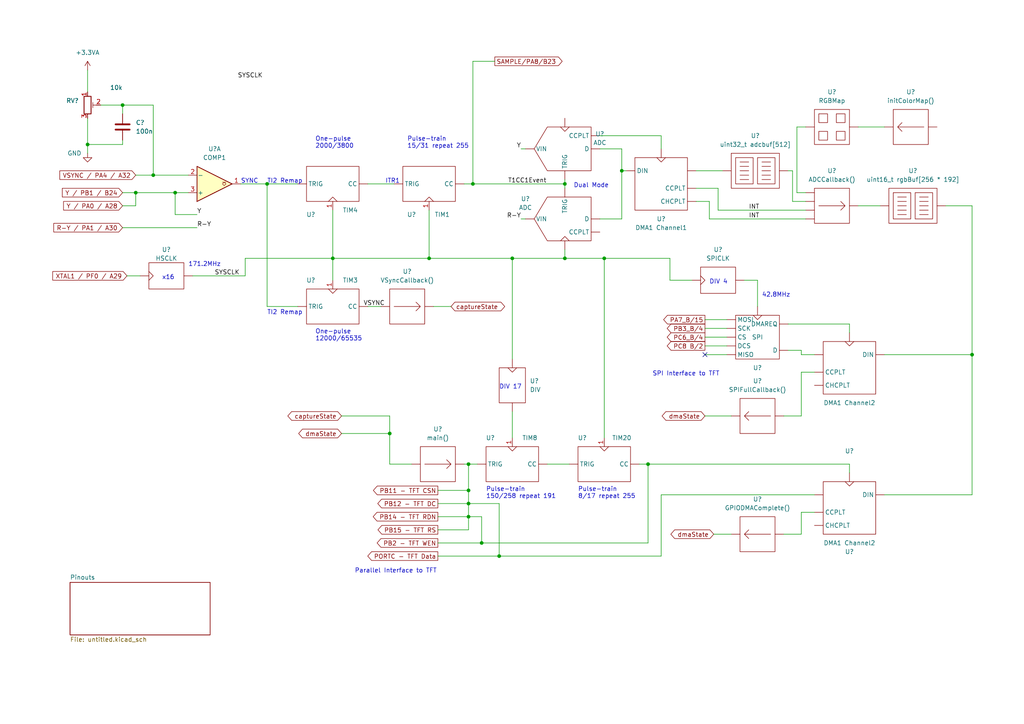
<source format=kicad_sch>
(kicad_sch (version 20211123) (generator eeschema)

  (uuid 7e1f64e3-5b65-4b1b-aa19-ad69417a8037)

  (paper "A4")

  (lib_symbols
    (symbol "Comparator:LM393" (pin_names (offset 0.127)) (in_bom yes) (on_board yes)
      (property "Reference" "U" (id 0) (at 3.81 3.81 0)
        (effects (font (size 1.27 1.27)))
      )
      (property "Value" "LM393" (id 1) (at 6.35 -3.81 0)
        (effects (font (size 1.27 1.27)))
      )
      (property "Footprint" "" (id 2) (at 0 0 0)
        (effects (font (size 1.27 1.27)) hide)
      )
      (property "Datasheet" "http://www.ti.com/lit/ds/symlink/lm393.pdf" (id 3) (at 0 0 0)
        (effects (font (size 1.27 1.27)) hide)
      )
      (property "ki_locked" "" (id 4) (at 0 0 0)
        (effects (font (size 1.27 1.27)))
      )
      (property "ki_keywords" "cmp open collector" (id 5) (at 0 0 0)
        (effects (font (size 1.27 1.27)) hide)
      )
      (property "ki_description" "Low-Power, Low-Offset Voltage, Dual Comparators, DIP-8/SOIC-8/TO-99-8" (id 6) (at 0 0 0)
        (effects (font (size 1.27 1.27)) hide)
      )
      (property "ki_fp_filters" "SOIC*3.9x4.9mm*P1.27mm* DIP*W7.62mm* SOP*5.28x5.23mm*P1.27mm* VSSOP*3.0x3.0mm*P0.65mm* TSSOP*4.4x3mm*P0.65mm*" (id 7) (at 0 0 0)
        (effects (font (size 1.27 1.27)) hide)
      )
      (symbol "LM393_1_1"
        (polyline
          (pts
            (xy -5.08 5.08)
            (xy 5.08 0)
            (xy -5.08 -5.08)
            (xy -5.08 5.08)
          )
          (stroke (width 0.254) (type default) (color 0 0 0 0))
          (fill (type background))
        )
        (polyline
          (pts
            (xy 3.302 -0.508)
            (xy 2.794 -0.508)
            (xy 3.302 0)
            (xy 2.794 0.508)
            (xy 2.286 0)
            (xy 2.794 -0.508)
            (xy 2.286 -0.508)
          )
          (stroke (width 0.127) (type default) (color 0 0 0 0))
          (fill (type none))
        )
        (pin open_collector line (at 7.62 0 180) (length 2.54)
          (name "~" (effects (font (size 1.27 1.27))))
          (number "1" (effects (font (size 1.27 1.27))))
        )
        (pin input line (at -7.62 -2.54 0) (length 2.54)
          (name "-" (effects (font (size 1.27 1.27))))
          (number "2" (effects (font (size 1.27 1.27))))
        )
        (pin input line (at -7.62 2.54 0) (length 2.54)
          (name "+" (effects (font (size 1.27 1.27))))
          (number "3" (effects (font (size 1.27 1.27))))
        )
      )
      (symbol "LM393_2_1"
        (polyline
          (pts
            (xy -5.08 5.08)
            (xy 5.08 0)
            (xy -5.08 -5.08)
            (xy -5.08 5.08)
          )
          (stroke (width 0.254) (type default) (color 0 0 0 0))
          (fill (type background))
        )
        (polyline
          (pts
            (xy 3.302 -0.508)
            (xy 2.794 -0.508)
            (xy 3.302 0)
            (xy 2.794 0.508)
            (xy 2.286 0)
            (xy 2.794 -0.508)
            (xy 2.286 -0.508)
          )
          (stroke (width 0.127) (type default) (color 0 0 0 0))
          (fill (type none))
        )
        (pin input line (at -7.62 2.54 0) (length 2.54)
          (name "+" (effects (font (size 1.27 1.27))))
          (number "5" (effects (font (size 1.27 1.27))))
        )
        (pin input line (at -7.62 -2.54 0) (length 2.54)
          (name "_" (effects (font (size 1.27 1.27))))
          (number "6" (effects (font (size 1.27 1.27))))
        )
        (pin open_collector line (at 7.62 0 180) (length 2.54)
          (name "~" (effects (font (size 1.27 1.27))))
          (number "7" (effects (font (size 1.27 1.27))))
        )
      )
      (symbol "LM393_3_1"
        (pin power_in line (at -2.54 -7.62 90) (length 3.81)
          (name "V-" (effects (font (size 1.27 1.27))))
          (number "4" (effects (font (size 1.27 1.27))))
        )
        (pin power_in line (at -2.54 7.62 270) (length 3.81)
          (name "V+" (effects (font (size 1.27 1.27))))
          (number "8" (effects (font (size 1.27 1.27))))
        )
      )
    )
    (symbol "Device:C" (pin_numbers hide) (pin_names (offset 0.254)) (in_bom yes) (on_board yes)
      (property "Reference" "C" (id 0) (at 0.635 2.54 0)
        (effects (font (size 1.27 1.27)) (justify left))
      )
      (property "Value" "C" (id 1) (at 0.635 -2.54 0)
        (effects (font (size 1.27 1.27)) (justify left))
      )
      (property "Footprint" "" (id 2) (at 0.9652 -3.81 0)
        (effects (font (size 1.27 1.27)) hide)
      )
      (property "Datasheet" "~" (id 3) (at 0 0 0)
        (effects (font (size 1.27 1.27)) hide)
      )
      (property "ki_keywords" "cap capacitor" (id 4) (at 0 0 0)
        (effects (font (size 1.27 1.27)) hide)
      )
      (property "ki_description" "Unpolarized capacitor" (id 5) (at 0 0 0)
        (effects (font (size 1.27 1.27)) hide)
      )
      (property "ki_fp_filters" "C_*" (id 6) (at 0 0 0)
        (effects (font (size 1.27 1.27)) hide)
      )
      (symbol "C_0_1"
        (polyline
          (pts
            (xy -2.032 -0.762)
            (xy 2.032 -0.762)
          )
          (stroke (width 0.508) (type default) (color 0 0 0 0))
          (fill (type none))
        )
        (polyline
          (pts
            (xy -2.032 0.762)
            (xy 2.032 0.762)
          )
          (stroke (width 0.508) (type default) (color 0 0 0 0))
          (fill (type none))
        )
      )
      (symbol "C_1_1"
        (pin passive line (at 0 3.81 270) (length 2.794)
          (name "~" (effects (font (size 1.27 1.27))))
          (number "1" (effects (font (size 1.27 1.27))))
        )
        (pin passive line (at 0 -3.81 90) (length 2.794)
          (name "~" (effects (font (size 1.27 1.27))))
          (number "2" (effects (font (size 1.27 1.27))))
        )
      )
    )
    (symbol "Device:R_Potentiometer_Trim" (pin_names (offset 1.016) hide) (in_bom yes) (on_board yes)
      (property "Reference" "RV" (id 0) (at -4.445 0 90)
        (effects (font (size 1.27 1.27)))
      )
      (property "Value" "R_Potentiometer_Trim" (id 1) (at -2.54 0 90)
        (effects (font (size 1.27 1.27)))
      )
      (property "Footprint" "" (id 2) (at 0 0 0)
        (effects (font (size 1.27 1.27)) hide)
      )
      (property "Datasheet" "~" (id 3) (at 0 0 0)
        (effects (font (size 1.27 1.27)) hide)
      )
      (property "ki_keywords" "resistor variable trimpot trimmer" (id 4) (at 0 0 0)
        (effects (font (size 1.27 1.27)) hide)
      )
      (property "ki_description" "Trim-potentiometer" (id 5) (at 0 0 0)
        (effects (font (size 1.27 1.27)) hide)
      )
      (property "ki_fp_filters" "Potentiometer*" (id 6) (at 0 0 0)
        (effects (font (size 1.27 1.27)) hide)
      )
      (symbol "R_Potentiometer_Trim_0_1"
        (polyline
          (pts
            (xy 1.524 0.762)
            (xy 1.524 -0.762)
          )
          (stroke (width 0) (type default) (color 0 0 0 0))
          (fill (type none))
        )
        (polyline
          (pts
            (xy 2.54 0)
            (xy 1.524 0)
          )
          (stroke (width 0) (type default) (color 0 0 0 0))
          (fill (type none))
        )
        (rectangle (start 1.016 2.54) (end -1.016 -2.54)
          (stroke (width 0.254) (type default) (color 0 0 0 0))
          (fill (type none))
        )
      )
      (symbol "R_Potentiometer_Trim_1_1"
        (pin passive line (at 0 3.81 270) (length 1.27)
          (name "1" (effects (font (size 1.27 1.27))))
          (number "1" (effects (font (size 1.27 1.27))))
        )
        (pin passive line (at 3.81 0 180) (length 1.27)
          (name "2" (effects (font (size 1.27 1.27))))
          (number "2" (effects (font (size 1.27 1.27))))
        )
        (pin passive line (at 0 -3.81 90) (length 1.27)
          (name "3" (effects (font (size 1.27 1.27))))
          (number "3" (effects (font (size 1.27 1.27))))
        )
      )
    )
    (symbol "UKMaker:ADC" (in_bom yes) (on_board yes)
      (property "Reference" "U" (id 0) (at 6.35 -5.08 0)
        (effects (font (size 1.27 1.27)))
      )
      (property "Value" "ADC" (id 1) (at -1.27 0 0)
        (effects (font (size 1.27 1.27)))
      )
      (property "Footprint" "" (id 2) (at -1.27 0 0)
        (effects (font (size 1.27 1.27)) hide)
      )
      (property "Datasheet" "" (id 3) (at -1.27 0 0)
        (effects (font (size 1.27 1.27)) hide)
      )
      (symbol "ADC_0_1"
        (polyline
          (pts
            (xy -1.27 6.35)
            (xy 0 5.08)
            (xy 1.27 6.35)
          )
          (stroke (width 0) (type default) (color 0 0 0 0))
          (fill (type none))
        )
        (polyline
          (pts
            (xy -8.89 0)
            (xy -5.08 6.35)
            (xy 7.62 6.35)
            (xy 7.62 -6.35)
            (xy -5.08 -6.35)
            (xy -8.89 0)
          )
          (stroke (width 0) (type default) (color 0 0 0 0))
          (fill (type none))
        )
      )
      (symbol "ADC_1_1"
        (pin input line (at 0 8.89 270) (length 2.54)
          (name "" (effects (font (size 1.27 1.27))))
          (number "" (effects (font (size 1.27 1.27))))
        )
        (pin output line (at 10.16 3.81 180) (length 2.54)
          (name "CCPLT" (effects (font (size 1.27 1.27))))
          (number "" (effects (font (size 1.27 1.27))))
        )
        (pin output line (at 10.16 0 180) (length 2.54)
          (name "D" (effects (font (size 1.27 1.27))))
          (number "" (effects (font (size 1.27 1.27))))
        )
        (pin input line (at 0 -8.89 90) (length 2.54)
          (name "TRIG" (effects (font (size 1.27 1.27))))
          (number "" (effects (font (size 1.27 1.27))))
        )
        (pin input line (at -11.43 0 0) (length 2.54)
          (name "VIN" (effects (font (size 1.27 1.27))))
          (number "" (effects (font (size 1.27 1.27))))
        )
      )
    )
    (symbol "UKMaker:CIRCULAR_BUFFER" (in_bom yes) (on_board yes)
      (property "Reference" "U" (id 0) (at 0 6.35 0)
        (effects (font (size 1.27 1.27)))
      )
      (property "Value" "CIRCULAR_BUFFER" (id 1) (at 0 -6.35 0)
        (effects (font (size 1.27 1.27)))
      )
      (property "Footprint" "" (id 2) (at 2.54 0 0)
        (effects (font (size 1.27 1.27)) hide)
      )
      (property "Datasheet" "" (id 3) (at 2.54 0 0)
        (effects (font (size 1.27 1.27)) hide)
      )
      (symbol "CIRCULAR_BUFFER_0_1"
        (rectangle (start -7.62 5.08) (end 6.35 -5.08)
          (stroke (width 0) (type default) (color 0 0 0 0))
          (fill (type none))
        )
        (rectangle (start -6.35 3.81) (end -1.27 -3.81)
          (stroke (width 0) (type default) (color 0 0 0 0))
          (fill (type none))
        )
        (polyline
          (pts
            (xy -5.08 -2.54)
            (xy -2.54 -2.54)
          )
          (stroke (width 0) (type default) (color 0 0 0 0))
          (fill (type none))
        )
        (polyline
          (pts
            (xy -5.08 -1.27)
            (xy -2.54 -1.27)
          )
          (stroke (width 0) (type default) (color 0 0 0 0))
          (fill (type none))
        )
        (polyline
          (pts
            (xy -5.08 0)
            (xy -2.54 0)
          )
          (stroke (width 0) (type default) (color 0 0 0 0))
          (fill (type none))
        )
        (polyline
          (pts
            (xy -5.08 1.27)
            (xy -2.54 1.27)
          )
          (stroke (width 0) (type default) (color 0 0 0 0))
          (fill (type none))
        )
        (polyline
          (pts
            (xy -5.08 2.54)
            (xy -2.54 2.54)
          )
          (stroke (width 0) (type default) (color 0 0 0 0))
          (fill (type none))
        )
        (polyline
          (pts
            (xy 1.27 -2.54)
            (xy 3.81 -2.54)
          )
          (stroke (width 0) (type default) (color 0 0 0 0))
          (fill (type none))
        )
        (polyline
          (pts
            (xy 1.27 -1.27)
            (xy 3.81 -1.27)
          )
          (stroke (width 0) (type default) (color 0 0 0 0))
          (fill (type none))
        )
        (polyline
          (pts
            (xy 1.27 0)
            (xy 3.81 0)
          )
          (stroke (width 0) (type default) (color 0 0 0 0))
          (fill (type none))
        )
        (polyline
          (pts
            (xy 1.27 1.27)
            (xy 3.81 1.27)
          )
          (stroke (width 0) (type default) (color 0 0 0 0))
          (fill (type none))
        )
        (polyline
          (pts
            (xy 1.27 2.54)
            (xy 3.81 2.54)
          )
          (stroke (width 0) (type default) (color 0 0 0 0))
          (fill (type none))
        )
        (rectangle (start 0 3.81) (end 5.08 -3.81)
          (stroke (width 0) (type default) (color 0 0 0 0))
          (fill (type none))
        )
      )
      (symbol "CIRCULAR_BUFFER_1_1"
        (pin input line (at -10.16 0 0) (length 2.54)
          (name "" (effects (font (size 1.27 1.27))))
          (number "" (effects (font (size 1.27 1.27))))
        )
        (pin output line (at 8.89 0 180) (length 2.54)
          (name "" (effects (font (size 1.27 1.27))))
          (number "" (effects (font (size 1.27 1.27))))
        )
      )
    )
    (symbol "UKMaker:DMA" (in_bom yes) (on_board yes)
      (property "Reference" "DOUT" (id 0) (at 3.81 2.54 0)
        (effects (font (size 1.27 1.27)))
      )
      (property "Value" "DMA" (id 1) (at -5.08 -3.81 0)
        (effects (font (size 1.27 1.27)))
      )
      (property "Footprint" "" (id 2) (at 0 0 0)
        (effects (font (size 1.27 1.27)) hide)
      )
      (property "Datasheet" "" (id 3) (at 0 0 0)
        (effects (font (size 1.27 1.27)) hide)
      )
      (symbol "DMA_0_1"
        (rectangle (start -7.62 6.35) (end 7.62 -8.89)
          (stroke (width 0) (type default) (color 0 0 0 0))
          (fill (type none))
        )
        (polyline
          (pts
            (xy -1.27 6.35)
            (xy 0 5.08)
            (xy 1.27 6.35)
          )
          (stroke (width 0) (type default) (color 0 0 0 0))
          (fill (type none))
        )
      )
      (symbol "DMA_1_1"
        (pin input line (at 0 8.89 270) (length 2.54)
          (name "" (effects (font (size 1.27 1.27))))
          (number "" (effects (font (size 1.27 1.27))))
        )
        (pin output line (at 10.16 2.54 180) (length 2.54)
          (name "" (effects (font (size 1.27 1.27))))
          (number "" (effects (font (size 1.27 1.27))))
        )
        (pin output line (at 10.16 -2.54 180) (length 2.54)
          (name "CCPLT" (effects (font (size 1.27 1.27))))
          (number "" (effects (font (size 1.27 1.27))))
        )
        (pin output line (at 10.16 -6.35 180) (length 2.54)
          (name "CHCPLT" (effects (font (size 1.27 1.27))))
          (number "" (effects (font (size 1.27 1.27))))
        )
        (pin input line (at -10.16 2.54 0) (length 2.54)
          (name "DIN" (effects (font (size 1.27 1.27))))
          (number "" (effects (font (size 1.27 1.27))))
        )
      )
    )
    (symbol "UKMaker:HSCLK" (in_bom yes) (on_board yes)
      (property "Reference" "U" (id 0) (at 0 0 0)
        (effects (font (size 1.27 1.27)))
      )
      (property "Value" "HSCLK" (id 1) (at 0 0 0)
        (effects (font (size 1.27 1.27)))
      )
      (property "Footprint" "" (id 2) (at 0 0 0)
        (effects (font (size 1.27 1.27)) hide)
      )
      (property "Datasheet" "" (id 3) (at 0 0 0)
        (effects (font (size 1.27 1.27)) hide)
      )
      (symbol "HSCLK_0_1"
        (rectangle (start -5.08 3.81) (end 5.08 -3.81)
          (stroke (width 0) (type default) (color 0 0 0 0))
          (fill (type none))
        )
        (polyline
          (pts
            (xy -5.08 1.27)
            (xy -3.81 0)
            (xy -5.08 -1.27)
          )
          (stroke (width 0) (type default) (color 0 0 0 0))
          (fill (type none))
        )
      )
      (symbol "HSCLK_1_1"
        (pin input line (at -7.62 0 0) (length 2.54)
          (name "" (effects (font (size 1.27 1.27))))
          (number "" (effects (font (size 1.27 1.27))))
        )
        (pin output line (at 7.62 0 180) (length 2.54)
          (name "" (effects (font (size 1.27 1.27))))
          (number "" (effects (font (size 1.27 1.27))))
        )
      )
    )
    (symbol "UKMaker:MAP" (in_bom yes) (on_board yes)
      (property "Reference" "U" (id 0) (at -1.27 6.35 0)
        (effects (font (size 1.27 1.27)))
      )
      (property "Value" "MAP" (id 1) (at 0 -7.62 0)
        (effects (font (size 1.27 1.27)))
      )
      (property "Footprint" "" (id 2) (at -1.27 2.54 0)
        (effects (font (size 1.27 1.27)) hide)
      )
      (property "Datasheet" "" (id 3) (at -1.27 2.54 0)
        (effects (font (size 1.27 1.27)) hide)
      )
      (symbol "MAP_0_1"
        (rectangle (start -5.08 5.08) (end 5.08 -5.08)
          (stroke (width 0) (type default) (color 0 0 0 0))
          (fill (type none))
        )
        (rectangle (start -3.81 -1.27) (end -1.27 -3.81)
          (stroke (width 0) (type default) (color 0 0 0 0))
          (fill (type none))
        )
        (rectangle (start -3.81 3.81) (end -1.27 1.27)
          (stroke (width 0) (type default) (color 0 0 0 0))
          (fill (type none))
        )
        (rectangle (start 1.27 -1.27) (end 3.81 -3.81)
          (stroke (width 0) (type default) (color 0 0 0 0))
          (fill (type none))
        )
        (rectangle (start 1.27 3.81) (end 3.81 1.27)
          (stroke (width 0) (type default) (color 0 0 0 0))
          (fill (type none))
        )
      )
      (symbol "MAP_1_1"
        (pin input line (at -7.62 0 0) (length 2.54)
          (name "" (effects (font (size 1.27 1.27))))
          (number "" (effects (font (size 1.27 1.27))))
        )
        (pin output line (at 7.62 0 180) (length 2.54)
          (name "" (effects (font (size 1.27 1.27))))
          (number "" (effects (font (size 1.27 1.27))))
        )
      )
    )
    (symbol "UKMaker:PROCESS" (in_bom yes) (on_board yes)
      (property "Reference" "U" (id 0) (at 0 -3.81 0)
        (effects (font (size 1.27 1.27)))
      )
      (property "Value" "PROCESS" (id 1) (at 0 3.81 0)
        (effects (font (size 1.27 1.27)))
      )
      (property "Footprint" "" (id 2) (at 0 0 0)
        (effects (font (size 1.27 1.27)) hide)
      )
      (property "Datasheet" "" (id 3) (at 0 0 0)
        (effects (font (size 1.27 1.27)) hide)
      )
      (symbol "PROCESS_0_1"
        (rectangle (start -5.08 5.08) (end 5.08 -5.08)
          (stroke (width 0) (type default) (color 0 0 0 0))
          (fill (type none))
        )
        (polyline
          (pts
            (xy -3.81 0)
            (xy 3.81 0)
            (xy 2.54 1.27)
            (xy 3.81 0)
            (xy 2.54 -1.27)
          )
          (stroke (width 0) (type default) (color 0 0 0 0))
          (fill (type none))
        )
      )
      (symbol "PROCESS_1_1"
        (pin input line (at -7.62 0 0) (length 2.54)
          (name "" (effects (font (size 1.27 1.27))))
          (number "" (effects (font (size 1.27 1.27))))
        )
        (pin output line (at 7.62 0 180) (length 2.54)
          (name "" (effects (font (size 1.27 1.27))))
          (number "" (effects (font (size 1.27 1.27))))
        )
      )
    )
    (symbol "UKMaker:PROCESS4" (in_bom yes) (on_board yes)
      (property "Reference" "U" (id 0) (at 0 0 0)
        (effects (font (size 1.27 1.27)))
      )
      (property "Value" "PROCESS4" (id 1) (at 0 0 0)
        (effects (font (size 1.27 1.27)))
      )
      (property "Footprint" "" (id 2) (at 0 0 0)
        (effects (font (size 1.27 1.27)) hide)
      )
      (property "Datasheet" "" (id 3) (at 0 0 0)
        (effects (font (size 1.27 1.27)) hide)
      )
      (symbol "PROCESS4_0_1"
        (rectangle (start -5.08 5.08) (end 5.08 -5.08)
          (stroke (width 0) (type default) (color 0 0 0 0))
          (fill (type none))
        )
        (polyline
          (pts
            (xy -3.81 0)
            (xy 3.81 0)
            (xy 2.54 1.27)
            (xy 3.81 0)
            (xy 2.54 -1.27)
          )
          (stroke (width 0) (type default) (color 0 0 0 0))
          (fill (type none))
        )
      )
      (symbol "PROCESS4_1_1"
        (pin input line (at -7.62 -3.81 0) (length 2.54)
          (name "" (effects (font (size 1.27 1.27))))
          (number "" (effects (font (size 1.27 1.27))))
        )
        (pin input line (at -7.62 -1.27 0) (length 2.54)
          (name "" (effects (font (size 1.27 1.27))))
          (number "" (effects (font (size 1.27 1.27))))
        )
        (pin input line (at -7.62 1.27 0) (length 2.54)
          (name "" (effects (font (size 1.27 1.27))))
          (number "" (effects (font (size 1.27 1.27))))
        )
        (pin input line (at -7.62 3.81 0) (length 2.54)
          (name "" (effects (font (size 1.27 1.27))))
          (number "" (effects (font (size 1.27 1.27))))
        )
        (pin output line (at 7.62 0 180) (length 2.54)
          (name "" (effects (font (size 1.27 1.27))))
          (number "" (effects (font (size 1.27 1.27))))
        )
      )
    )
    (symbol "UKMaker:SPI" (in_bom yes) (on_board yes)
      (property "Reference" "U" (id 0) (at 0 0 0)
        (effects (font (size 1.27 1.27)))
      )
      (property "Value" "SPI" (id 1) (at 0 0 0)
        (effects (font (size 1.27 1.27)))
      )
      (property "Footprint" "" (id 2) (at 0 0 0)
        (effects (font (size 1.27 1.27)) hide)
      )
      (property "Datasheet" "" (id 3) (at 0 0 0)
        (effects (font (size 1.27 1.27)) hide)
      )
      (symbol "SPI_0_1"
        (rectangle (start -6.35 6.35) (end 6.35 -6.35)
          (stroke (width 0) (type default) (color 0 0 0 0))
          (fill (type none))
        )
        (polyline
          (pts
            (xy -1.27 6.35)
            (xy 0 5.08)
            (xy 1.27 6.35)
          )
          (stroke (width 0) (type default) (color 0 0 0 0))
          (fill (type none))
        )
      )
      (symbol "SPI_1_1"
        (pin input line (at 0 8.89 270) (length 2.54)
          (name "" (effects (font (size 1.27 1.27))))
          (number "" (effects (font (size 1.27 1.27))))
        )
        (pin output line (at 8.89 0 180) (length 2.54)
          (name "CS" (effects (font (size 1.27 1.27))))
          (number "" (effects (font (size 1.27 1.27))))
        )
        (pin input line (at -8.89 -3.81 0) (length 2.54)
          (name "D" (effects (font (size 1.27 1.27))))
          (number "" (effects (font (size 1.27 1.27))))
        )
        (pin output line (at 8.89 -2.54 180) (length 2.54)
          (name "DCS" (effects (font (size 1.27 1.27))))
          (number "" (effects (font (size 1.27 1.27))))
        )
        (pin output line (at -8.89 3.81 0) (length 2.54)
          (name "DMAREQ" (effects (font (size 1.27 1.27))))
          (number "" (effects (font (size 1.27 1.27))))
        )
        (pin input line (at 8.89 -5.08 180) (length 2.54)
          (name "MISO" (effects (font (size 1.27 1.27))))
          (number "" (effects (font (size 1.27 1.27))))
        )
        (pin output line (at 8.89 5.08 180) (length 2.54)
          (name "MOSI" (effects (font (size 1.27 1.27))))
          (number "" (effects (font (size 1.27 1.27))))
        )
        (pin output line (at 8.89 2.54 180) (length 2.54)
          (name "SCK" (effects (font (size 1.27 1.27))))
          (number "" (effects (font (size 1.27 1.27))))
        )
      )
    )
    (symbol "UKMaker:TIMx" (in_bom yes) (on_board yes)
      (property "Reference" "U" (id 0) (at 0 0 0)
        (effects (font (size 1.27 1.27)))
      )
      (property "Value" "TIMx" (id 1) (at 0 2.54 0)
        (effects (font (size 1.27 1.27)))
      )
      (property "Footprint" "" (id 2) (at 0 0 0)
        (effects (font (size 1.27 1.27)) hide)
      )
      (property "Datasheet" "" (id 3) (at 0 0 0)
        (effects (font (size 1.27 1.27)) hide)
      )
      (symbol "TIMx_0_1"
        (rectangle (start -7.62 5.08) (end 7.62 -5.08)
          (stroke (width 0) (type default) (color 0 0 0 0))
          (fill (type none))
        )
        (polyline
          (pts
            (xy -1.27 5.08)
            (xy 0 3.81)
            (xy 1.27 5.08)
          )
          (stroke (width 0) (type default) (color 0 0 0 0))
          (fill (type none))
        )
      )
      (symbol "TIMx_1_1"
        (pin output line (at 10.16 0 180) (length 2.54)
          (name "CC" (effects (font (size 1.27 1.27))))
          (number "" (effects (font (size 1.27 1.27))))
        )
        (pin input line (at -10.16 0 0) (length 2.54)
          (name "TRIG" (effects (font (size 1.27 1.27))))
          (number "" (effects (font (size 1.27 1.27))))
        )
        (pin input line (at 0 7.62 270) (length 2.54)
          (name "" (effects (font (size 1.27 1.27))))
          (number "1" (effects (font (size 1.27 1.27))))
        )
      )
    )
    (symbol "power:+3.3VA" (power) (pin_names (offset 0)) (in_bom yes) (on_board yes)
      (property "Reference" "#PWR" (id 0) (at 0 -3.81 0)
        (effects (font (size 1.27 1.27)) hide)
      )
      (property "Value" "+3.3VA" (id 1) (at 0 3.556 0)
        (effects (font (size 1.27 1.27)))
      )
      (property "Footprint" "" (id 2) (at 0 0 0)
        (effects (font (size 1.27 1.27)) hide)
      )
      (property "Datasheet" "" (id 3) (at 0 0 0)
        (effects (font (size 1.27 1.27)) hide)
      )
      (property "ki_keywords" "power-flag" (id 4) (at 0 0 0)
        (effects (font (size 1.27 1.27)) hide)
      )
      (property "ki_description" "Power symbol creates a global label with name \"+3.3VA\"" (id 5) (at 0 0 0)
        (effects (font (size 1.27 1.27)) hide)
      )
      (symbol "+3.3VA_0_1"
        (polyline
          (pts
            (xy -0.762 1.27)
            (xy 0 2.54)
          )
          (stroke (width 0) (type default) (color 0 0 0 0))
          (fill (type none))
        )
        (polyline
          (pts
            (xy 0 0)
            (xy 0 2.54)
          )
          (stroke (width 0) (type default) (color 0 0 0 0))
          (fill (type none))
        )
        (polyline
          (pts
            (xy 0 2.54)
            (xy 0.762 1.27)
          )
          (stroke (width 0) (type default) (color 0 0 0 0))
          (fill (type none))
        )
      )
      (symbol "+3.3VA_1_1"
        (pin power_in line (at 0 0 90) (length 0) hide
          (name "+3.3VA" (effects (font (size 1.27 1.27))))
          (number "1" (effects (font (size 1.27 1.27))))
        )
      )
    )
    (symbol "power:GND" (power) (pin_names (offset 0)) (in_bom yes) (on_board yes)
      (property "Reference" "#PWR" (id 0) (at 0 -6.35 0)
        (effects (font (size 1.27 1.27)) hide)
      )
      (property "Value" "GND" (id 1) (at 0 -3.81 0)
        (effects (font (size 1.27 1.27)))
      )
      (property "Footprint" "" (id 2) (at 0 0 0)
        (effects (font (size 1.27 1.27)) hide)
      )
      (property "Datasheet" "" (id 3) (at 0 0 0)
        (effects (font (size 1.27 1.27)) hide)
      )
      (property "ki_keywords" "power-flag" (id 4) (at 0 0 0)
        (effects (font (size 1.27 1.27)) hide)
      )
      (property "ki_description" "Power symbol creates a global label with name \"GND\" , ground" (id 5) (at 0 0 0)
        (effects (font (size 1.27 1.27)) hide)
      )
      (symbol "GND_0_1"
        (polyline
          (pts
            (xy 0 0)
            (xy 0 -1.27)
            (xy 1.27 -1.27)
            (xy 0 -2.54)
            (xy -1.27 -1.27)
            (xy 0 -1.27)
          )
          (stroke (width 0) (type default) (color 0 0 0 0))
          (fill (type none))
        )
      )
      (symbol "GND_1_1"
        (pin power_in line (at 0 0 270) (length 0) hide
          (name "GND" (effects (font (size 1.27 1.27))))
          (number "1" (effects (font (size 1.27 1.27))))
        )
      )
    )
  )

  (junction (at 77.47 53.34) (diameter 0) (color 0 0 0 0)
    (uuid 09c9661c-417f-4fd2-97ac-9d4317c58725)
  )
  (junction (at 137.16 53.34) (diameter 0) (color 0 0 0 0)
    (uuid 15c203b2-269f-437f-b393-1f455cede960)
  )
  (junction (at 135.89 142.24) (diameter 0) (color 0 0 0 0)
    (uuid 1e7cb143-0c96-407b-82bf-15d38a15046d)
  )
  (junction (at 135.89 134.62) (diameter 0) (color 0 0 0 0)
    (uuid 319f6bde-fe9d-4b28-b430-576c81c34032)
  )
  (junction (at 96.52 74.93) (diameter 0) (color 0 0 0 0)
    (uuid 321e9f0d-9b5c-4707-a5ac-416c08d3fe3b)
  )
  (junction (at 44.45 50.8) (diameter 0) (color 0 0 0 0)
    (uuid 4e2eb153-6990-4602-9dd6-8644de8b5f05)
  )
  (junction (at 281.94 102.87) (diameter 0) (color 0 0 0 0)
    (uuid 5811547f-7215-4136-a796-381aaca254be)
  )
  (junction (at 175.26 74.93) (diameter 0) (color 0 0 0 0)
    (uuid 6674853b-1813-4ef5-9d62-b97a2c4ec01e)
  )
  (junction (at 135.89 146.05) (diameter 0) (color 0 0 0 0)
    (uuid 71d0b0e7-8a77-4190-b104-0e94da905ac9)
  )
  (junction (at 50.8 55.88) (diameter 0) (color 0 0 0 0)
    (uuid 7fee1b88-1c0a-4bdb-bfae-b7e67b73cf02)
  )
  (junction (at 139.7 157.48) (diameter 0) (color 0 0 0 0)
    (uuid 8916f365-5e0a-4749-a668-7cc5c18481f4)
  )
  (junction (at 135.89 149.86) (diameter 0) (color 0 0 0 0)
    (uuid 9558e8e1-dc74-4037-a699-cca125fc6f2c)
  )
  (junction (at 163.83 74.93) (diameter 0) (color 0 0 0 0)
    (uuid 9bbe200b-7fba-4c81-8691-c1b24e976d83)
  )
  (junction (at 144.78 161.29) (diameter 0) (color 0 0 0 0)
    (uuid 9cb1819b-482f-40bc-9eeb-ec745abddd4f)
  )
  (junction (at 180.34 49.53) (diameter 0) (color 0 0 0 0)
    (uuid cd3d38e9-ba91-4070-b34b-6a5f1030eeb0)
  )
  (junction (at 25.4 41.91) (diameter 0) (color 0 0 0 0)
    (uuid cd9d4d91-35b0-4ecc-b438-7bc0a564dbcc)
  )
  (junction (at 39.37 55.88) (diameter 0) (color 0 0 0 0)
    (uuid dd902b93-dfb4-4a25-8605-40183be6affe)
  )
  (junction (at 163.83 53.34) (diameter 0) (color 0 0 0 0)
    (uuid de8fc774-5861-44a5-89ae-186b1dd3b910)
  )
  (junction (at 124.46 74.93) (diameter 0) (color 0 0 0 0)
    (uuid e9058fc0-eb2d-43a1-8cf2-1fe87454ea73)
  )
  (junction (at 113.03 125.73) (diameter 0) (color 0 0 0 0)
    (uuid f4702b8b-472a-4305-801c-9ad9559b752f)
  )
  (junction (at 35.56 30.48) (diameter 0) (color 0 0 0 0)
    (uuid f62ad1dd-f840-4903-86e0-b421fd4cac1a)
  )
  (junction (at 187.96 134.62) (diameter 0) (color 0 0 0 0)
    (uuid f9271a01-0340-4c4d-a026-0d800cd1b39e)
  )
  (junction (at 148.59 74.93) (diameter 0) (color 0 0 0 0)
    (uuid ff20247d-264e-4a2e-b130-4b701f1817c3)
  )

  (no_connect (at 204.47 102.87) (uuid ecfe8efd-df27-4b02-a310-f45a83825da8))

  (wire (pts (xy 135.89 146.05) (xy 135.89 142.24))
    (stroke (width 0) (type default) (color 0 0 0 0))
    (uuid 023a2fcb-378f-4f72-a361-e20f014570d9)
  )
  (wire (pts (xy 29.21 30.48) (xy 35.56 30.48))
    (stroke (width 0) (type default) (color 0 0 0 0))
    (uuid 0291168d-e950-4857-8510-77459d014840)
  )
  (wire (pts (xy 248.92 36.83) (xy 256.54 36.83))
    (stroke (width 0) (type default) (color 0 0 0 0))
    (uuid 02caba3c-fca0-4d77-9d1d-f2a2666dc013)
  )
  (wire (pts (xy 148.59 74.93) (xy 148.59 104.14))
    (stroke (width 0) (type default) (color 0 0 0 0))
    (uuid 0322f9be-8178-49bd-a182-0ccf67a2da0d)
  )
  (wire (pts (xy 207.01 154.94) (xy 212.09 154.94))
    (stroke (width 0) (type default) (color 0 0 0 0))
    (uuid 03c20151-f3c0-4985-a581-af9e8b008925)
  )
  (wire (pts (xy 127 157.48) (xy 139.7 157.48))
    (stroke (width 0) (type default) (color 0 0 0 0))
    (uuid 05133b42-065e-427d-95b4-ba9e0fd8f1b4)
  )
  (wire (pts (xy 215.9 81.28) (xy 219.71 81.28))
    (stroke (width 0) (type default) (color 0 0 0 0))
    (uuid 05a31652-46fd-4318-be41-9cca961fdd15)
  )
  (wire (pts (xy 173.99 43.18) (xy 180.34 43.18))
    (stroke (width 0) (type default) (color 0 0 0 0))
    (uuid 067b71fe-85df-428f-8810-744d9dfbcb68)
  )
  (wire (pts (xy 232.41 154.94) (xy 232.41 148.59))
    (stroke (width 0) (type default) (color 0 0 0 0))
    (uuid 0ef75162-c0ac-4c31-b85e-64b8ffb52f63)
  )
  (wire (pts (xy 194.31 81.28) (xy 194.31 74.93))
    (stroke (width 0) (type default) (color 0 0 0 0))
    (uuid 105219c0-069c-400c-810f-b9de2c65f40f)
  )
  (wire (pts (xy 144.78 161.29) (xy 191.77 161.29))
    (stroke (width 0) (type default) (color 0 0 0 0))
    (uuid 1198d806-f41a-4bad-9efd-8db61aad4b9b)
  )
  (wire (pts (xy 219.71 81.28) (xy 219.71 88.9))
    (stroke (width 0) (type default) (color 0 0 0 0))
    (uuid 15044eda-2935-4c2c-a107-09c28914fd34)
  )
  (wire (pts (xy 106.68 53.34) (xy 114.3 53.34))
    (stroke (width 0) (type default) (color 0 0 0 0))
    (uuid 1a30c12f-2f69-493e-ae11-dcb2282bef9e)
  )
  (wire (pts (xy 113.03 120.65) (xy 113.03 125.73))
    (stroke (width 0) (type default) (color 0 0 0 0))
    (uuid 1b2abae0-863e-42b3-9bca-d05fd49e1686)
  )
  (wire (pts (xy 281.94 59.69) (xy 281.94 102.87))
    (stroke (width 0) (type default) (color 0 0 0 0))
    (uuid 1c82d994-8d68-4e9a-9a4e-2a0552870528)
  )
  (wire (pts (xy 232.41 102.87) (xy 232.41 101.6))
    (stroke (width 0) (type default) (color 0 0 0 0))
    (uuid 1cc8f5d1-3ce6-443a-94c4-2303082ac23b)
  )
  (wire (pts (xy 135.89 149.86) (xy 135.89 146.05))
    (stroke (width 0) (type default) (color 0 0 0 0))
    (uuid 1e663c72-d7d7-4511-b3f8-04c131886425)
  )
  (wire (pts (xy 233.68 55.88) (xy 231.14 55.88))
    (stroke (width 0) (type default) (color 0 0 0 0))
    (uuid 1f2e5a56-3e4a-4f97-a7f8-0f56d1e3df8c)
  )
  (wire (pts (xy 248.92 59.69) (xy 255.27 59.69))
    (stroke (width 0) (type default) (color 0 0 0 0))
    (uuid 20497292-ee8a-4f28-a981-6bc18bb573c0)
  )
  (wire (pts (xy 124.46 74.93) (xy 124.46 60.96))
    (stroke (width 0) (type default) (color 0 0 0 0))
    (uuid 21c43439-e969-4b3e-abdb-7885d59b118e)
  )
  (wire (pts (xy 148.59 119.38) (xy 148.59 127))
    (stroke (width 0) (type default) (color 0 0 0 0))
    (uuid 229f0b8a-6813-4d9a-b958-903a9882dd7b)
  )
  (wire (pts (xy 201.93 54.61) (xy 208.28 54.61))
    (stroke (width 0) (type default) (color 0 0 0 0))
    (uuid 22b3d5c8-830a-421a-99a1-1f4d3d47f895)
  )
  (wire (pts (xy 36.83 80.01) (xy 40.64 80.01))
    (stroke (width 0) (type default) (color 0 0 0 0))
    (uuid 239cc07d-aff7-4f2c-9f22-3972d78d3306)
  )
  (wire (pts (xy 231.14 55.88) (xy 231.14 36.83))
    (stroke (width 0) (type default) (color 0 0 0 0))
    (uuid 243392fb-e729-4367-bb40-b858316e36c1)
  )
  (wire (pts (xy 227.33 120.65) (xy 232.41 120.65))
    (stroke (width 0) (type default) (color 0 0 0 0))
    (uuid 2489edee-a2d7-4a11-9151-2d2d52bac419)
  )
  (wire (pts (xy 77.47 88.9) (xy 86.36 88.9))
    (stroke (width 0) (type default) (color 0 0 0 0))
    (uuid 25a2a473-e75c-465f-9e24-4825f5efddd8)
  )
  (wire (pts (xy 274.32 59.69) (xy 281.94 59.69))
    (stroke (width 0) (type default) (color 0 0 0 0))
    (uuid 25f82af4-e23b-4fb7-8439-55e6aa83403d)
  )
  (wire (pts (xy 227.33 154.94) (xy 232.41 154.94))
    (stroke (width 0) (type default) (color 0 0 0 0))
    (uuid 27d4fc89-6b5d-48bc-babf-98cd3739cda9)
  )
  (wire (pts (xy 143.51 17.78) (xy 137.16 17.78))
    (stroke (width 0) (type default) (color 0 0 0 0))
    (uuid 28669461-03af-4993-af7e-7e70fe859736)
  )
  (wire (pts (xy 231.14 36.83) (xy 233.68 36.83))
    (stroke (width 0) (type default) (color 0 0 0 0))
    (uuid 2a80910c-5d53-4020-8306-17faeeabf131)
  )
  (wire (pts (xy 50.8 55.88) (xy 50.8 62.23))
    (stroke (width 0) (type default) (color 0 0 0 0))
    (uuid 2b2837f4-c3bd-457e-bbc1-2f0ae0de5b15)
  )
  (wire (pts (xy 246.38 93.98) (xy 246.38 96.52))
    (stroke (width 0) (type default) (color 0 0 0 0))
    (uuid 2df03e95-3c7c-4f6f-b22b-d527707a8f79)
  )
  (wire (pts (xy 25.4 20.32) (xy 25.4 26.67))
    (stroke (width 0) (type default) (color 0 0 0 0))
    (uuid 2ffeacce-ba9f-4a50-ae41-dbc101a52111)
  )
  (wire (pts (xy 201.93 49.53) (xy 209.55 49.53))
    (stroke (width 0) (type default) (color 0 0 0 0))
    (uuid 32ba6321-af1b-4341-bef7-c8da06059d5b)
  )
  (wire (pts (xy 173.99 63.5) (xy 180.34 63.5))
    (stroke (width 0) (type default) (color 0 0 0 0))
    (uuid 34b2b54b-ae9d-499d-aee5-7ac7659dc5d4)
  )
  (wire (pts (xy 256.54 102.87) (xy 281.94 102.87))
    (stroke (width 0) (type default) (color 0 0 0 0))
    (uuid 3528ecbe-7489-4c06-a71c-bf44d47aeca2)
  )
  (wire (pts (xy 163.83 74.93) (xy 163.83 72.39))
    (stroke (width 0) (type default) (color 0 0 0 0))
    (uuid 35340836-5e4e-4f67-9355-6d009d7a09b7)
  )
  (wire (pts (xy 204.47 95.25) (xy 210.82 95.25))
    (stroke (width 0) (type default) (color 0 0 0 0))
    (uuid 39258ced-7dec-4170-b192-1da3e969dda1)
  )
  (wire (pts (xy 124.46 74.93) (xy 148.59 74.93))
    (stroke (width 0) (type default) (color 0 0 0 0))
    (uuid 3f270fc5-851c-402b-b021-ef50cdd61f6a)
  )
  (wire (pts (xy 180.34 49.53) (xy 181.61 49.53))
    (stroke (width 0) (type default) (color 0 0 0 0))
    (uuid 4099fa44-af09-46b8-a198-ac1fb6205acf)
  )
  (wire (pts (xy 163.83 52.07) (xy 163.83 53.34))
    (stroke (width 0) (type default) (color 0 0 0 0))
    (uuid 4331c8e1-a6d9-472e-8597-9fdcfea63231)
  )
  (wire (pts (xy 173.99 39.37) (xy 191.77 39.37))
    (stroke (width 0) (type default) (color 0 0 0 0))
    (uuid 4411b776-4b05-42ea-b377-fd00c7d3e97b)
  )
  (wire (pts (xy 163.83 74.93) (xy 175.26 74.93))
    (stroke (width 0) (type default) (color 0 0 0 0))
    (uuid 44b80c9e-7c8f-42a2-be3e-ad9309a48510)
  )
  (wire (pts (xy 35.56 41.91) (xy 25.4 41.91))
    (stroke (width 0) (type default) (color 0 0 0 0))
    (uuid 47851876-cb8b-447b-ae2b-8db0b908ce2f)
  )
  (wire (pts (xy 151.13 63.5) (xy 152.4 63.5))
    (stroke (width 0) (type default) (color 0 0 0 0))
    (uuid 4aa68352-527d-42ba-9afb-085897068ba7)
  )
  (wire (pts (xy 39.37 50.8) (xy 44.45 50.8))
    (stroke (width 0) (type default) (color 0 0 0 0))
    (uuid 4e987913-ae0a-42f5-9651-9a4bf7990618)
  )
  (wire (pts (xy 69.85 53.34) (xy 77.47 53.34))
    (stroke (width 0) (type default) (color 0 0 0 0))
    (uuid 4ffea744-9898-4737-ba65-9871d3c5a2c6)
  )
  (wire (pts (xy 96.52 74.93) (xy 124.46 74.93))
    (stroke (width 0) (type default) (color 0 0 0 0))
    (uuid 52203ba6-7495-42ae-80f4-b2e3ce60a001)
  )
  (wire (pts (xy 135.89 149.86) (xy 139.7 149.86))
    (stroke (width 0) (type default) (color 0 0 0 0))
    (uuid 5330d219-847b-4732-9715-0b49e6272619)
  )
  (wire (pts (xy 35.56 40.64) (xy 35.56 41.91))
    (stroke (width 0) (type default) (color 0 0 0 0))
    (uuid 55626b24-4578-4877-8692-766195dedaad)
  )
  (wire (pts (xy 77.47 53.34) (xy 86.36 53.34))
    (stroke (width 0) (type default) (color 0 0 0 0))
    (uuid 572dd475-3976-4254-aac1-9205d353ea73)
  )
  (wire (pts (xy 96.52 60.96) (xy 96.52 74.93))
    (stroke (width 0) (type default) (color 0 0 0 0))
    (uuid 5e4bb95a-0b0e-46ee-89e3-c4eb182ddf2d)
  )
  (wire (pts (xy 256.54 143.51) (xy 281.94 143.51))
    (stroke (width 0) (type default) (color 0 0 0 0))
    (uuid 5efb0e28-a5eb-4a59-8a2b-a36e0e009e0d)
  )
  (wire (pts (xy 180.34 43.18) (xy 180.34 49.53))
    (stroke (width 0) (type default) (color 0 0 0 0))
    (uuid 62cf9a02-8d7e-4ae2-883d-f5df6cb98047)
  )
  (wire (pts (xy 204.47 92.71) (xy 210.82 92.71))
    (stroke (width 0) (type default) (color 0 0 0 0))
    (uuid 62d060da-b90d-45b1-b8fe-5a9d4822a56c)
  )
  (wire (pts (xy 35.56 55.88) (xy 39.37 55.88))
    (stroke (width 0) (type default) (color 0 0 0 0))
    (uuid 673a5e2d-d565-4232-b35a-53d046a48296)
  )
  (wire (pts (xy 71.12 80.01) (xy 71.12 74.93))
    (stroke (width 0) (type default) (color 0 0 0 0))
    (uuid 67c0923a-46c6-4f3d-bbf6-870e1fcda935)
  )
  (wire (pts (xy 39.37 59.69) (xy 39.37 55.88))
    (stroke (width 0) (type default) (color 0 0 0 0))
    (uuid 69b8e1d6-e5f1-4e5f-8b67-bbee75a5516b)
  )
  (wire (pts (xy 113.03 125.73) (xy 113.03 134.62))
    (stroke (width 0) (type default) (color 0 0 0 0))
    (uuid 72cf3c1e-3b92-49ce-82c7-3cd826569b4d)
  )
  (wire (pts (xy 191.77 39.37) (xy 191.77 43.18))
    (stroke (width 0) (type default) (color 0 0 0 0))
    (uuid 72d58041-971c-4a00-b63c-8aede2ac47cb)
  )
  (wire (pts (xy 204.47 100.33) (xy 210.82 100.33))
    (stroke (width 0) (type default) (color 0 0 0 0))
    (uuid 75a21961-781c-4573-9711-18ab3404f591)
  )
  (wire (pts (xy 127 153.67) (xy 135.89 153.67))
    (stroke (width 0) (type default) (color 0 0 0 0))
    (uuid 7a156147-9440-48b6-ac4d-7c56a51b5f0e)
  )
  (wire (pts (xy 137.16 53.34) (xy 163.83 53.34))
    (stroke (width 0) (type default) (color 0 0 0 0))
    (uuid 7b173c0a-45d7-4ea2-9aeb-7f2b8f0d3d9f)
  )
  (wire (pts (xy 44.45 30.48) (xy 44.45 50.8))
    (stroke (width 0) (type default) (color 0 0 0 0))
    (uuid 7b2414ca-b86d-4308-81ff-6f4818ed2795)
  )
  (wire (pts (xy 208.28 60.96) (xy 233.68 60.96))
    (stroke (width 0) (type default) (color 0 0 0 0))
    (uuid 7e4ce8b2-eca2-45fe-b286-8114407bfc80)
  )
  (wire (pts (xy 185.42 134.62) (xy 187.96 134.62))
    (stroke (width 0) (type default) (color 0 0 0 0))
    (uuid 7f57c344-ee17-4a98-ab49-416f20a97789)
  )
  (wire (pts (xy 228.6 101.6) (xy 232.41 101.6))
    (stroke (width 0) (type default) (color 0 0 0 0))
    (uuid 81c95097-8a75-4f85-8a3d-b35ad26e84bf)
  )
  (wire (pts (xy 281.94 102.87) (xy 281.94 143.51))
    (stroke (width 0) (type default) (color 0 0 0 0))
    (uuid 86407c34-15ee-4b19-9045-66bed0067d2b)
  )
  (wire (pts (xy 106.68 88.9) (xy 110.49 88.9))
    (stroke (width 0) (type default) (color 0 0 0 0))
    (uuid 87a64b8e-8255-4a2e-873e-b7d2526a1985)
  )
  (wire (pts (xy 25.4 41.91) (xy 25.4 44.45))
    (stroke (width 0) (type default) (color 0 0 0 0))
    (uuid 8d169c11-834a-4711-8ac2-ea9b049e8ff3)
  )
  (wire (pts (xy 187.96 134.62) (xy 246.38 134.62))
    (stroke (width 0) (type default) (color 0 0 0 0))
    (uuid 8f5972c6-1597-44e9-a49f-9fdaf88ad29c)
  )
  (wire (pts (xy 39.37 55.88) (xy 50.8 55.88))
    (stroke (width 0) (type default) (color 0 0 0 0))
    (uuid 92d44c39-91b6-4319-8608-9da515618b08)
  )
  (wire (pts (xy 229.87 49.53) (xy 229.87 58.42))
    (stroke (width 0) (type default) (color 0 0 0 0))
    (uuid 997c64e2-39cd-4933-9c75-d5aefece5ea7)
  )
  (wire (pts (xy 151.13 43.18) (xy 152.4 43.18))
    (stroke (width 0) (type default) (color 0 0 0 0))
    (uuid 9c1c1f92-380a-4612-b677-eeebe53a9769)
  )
  (wire (pts (xy 205.74 63.5) (xy 233.68 63.5))
    (stroke (width 0) (type default) (color 0 0 0 0))
    (uuid 9d132c46-8937-40aa-9bc2-0824708a59d1)
  )
  (wire (pts (xy 99.06 125.73) (xy 113.03 125.73))
    (stroke (width 0) (type default) (color 0 0 0 0))
    (uuid 9f439ad4-a66d-42e4-ae41-bd1faacffb96)
  )
  (wire (pts (xy 232.41 107.95) (xy 236.22 107.95))
    (stroke (width 0) (type default) (color 0 0 0 0))
    (uuid a3cf62ff-fb6e-46f9-a519-b226d6e645b2)
  )
  (wire (pts (xy 229.87 58.42) (xy 233.68 58.42))
    (stroke (width 0) (type default) (color 0 0 0 0))
    (uuid a7c599e4-ff1d-4450-858b-ba961ff13962)
  )
  (wire (pts (xy 200.66 81.28) (xy 194.31 81.28))
    (stroke (width 0) (type default) (color 0 0 0 0))
    (uuid a8e87320-a700-45d5-931a-a13e9e8b882d)
  )
  (wire (pts (xy 35.56 30.48) (xy 44.45 30.48))
    (stroke (width 0) (type default) (color 0 0 0 0))
    (uuid a94d3966-4a7e-4a08-ac7d-c56dde61f3a5)
  )
  (wire (pts (xy 175.26 74.93) (xy 194.31 74.93))
    (stroke (width 0) (type default) (color 0 0 0 0))
    (uuid a9ed345b-e627-473b-a701-38be3145a04f)
  )
  (wire (pts (xy 50.8 62.23) (xy 57.15 62.23))
    (stroke (width 0) (type default) (color 0 0 0 0))
    (uuid aa97f67b-f92c-4c9f-af64-35da7ce2ef49)
  )
  (wire (pts (xy 125.73 88.9) (xy 130.81 88.9))
    (stroke (width 0) (type default) (color 0 0 0 0))
    (uuid aac2ba10-e8c9-4a83-8cde-22c24a7514b8)
  )
  (wire (pts (xy 158.75 134.62) (xy 165.1 134.62))
    (stroke (width 0) (type default) (color 0 0 0 0))
    (uuid ac867675-3ee6-4827-97d7-a48099429301)
  )
  (wire (pts (xy 180.34 49.53) (xy 180.34 63.5))
    (stroke (width 0) (type default) (color 0 0 0 0))
    (uuid add9c3a4-39a9-4630-a163-b57fb69b4a26)
  )
  (wire (pts (xy 232.41 148.59) (xy 236.22 148.59))
    (stroke (width 0) (type default) (color 0 0 0 0))
    (uuid ade589aa-c645-4d5a-aca5-6adcbfec793f)
  )
  (wire (pts (xy 139.7 149.86) (xy 139.7 157.48))
    (stroke (width 0) (type default) (color 0 0 0 0))
    (uuid aff03f58-1ccc-4e22-8bc9-a6c1e7379664)
  )
  (wire (pts (xy 208.28 54.61) (xy 208.28 60.96))
    (stroke (width 0) (type default) (color 0 0 0 0))
    (uuid b05b03c5-07e8-44a3-8129-0921df9fbf95)
  )
  (wire (pts (xy 135.89 146.05) (xy 144.78 146.05))
    (stroke (width 0) (type default) (color 0 0 0 0))
    (uuid b14cc3c2-af79-4f5b-adc5-c164fd6929ac)
  )
  (wire (pts (xy 204.47 97.79) (xy 210.82 97.79))
    (stroke (width 0) (type default) (color 0 0 0 0))
    (uuid b1f00347-f3b3-4d0d-a22b-8b58ee82e8bd)
  )
  (wire (pts (xy 191.77 161.29) (xy 191.77 143.51))
    (stroke (width 0) (type default) (color 0 0 0 0))
    (uuid b3cf0cba-000f-4026-8403-5649f474b948)
  )
  (wire (pts (xy 139.7 157.48) (xy 187.96 157.48))
    (stroke (width 0) (type default) (color 0 0 0 0))
    (uuid b57e41f7-8f1f-461e-99d2-44ce338b2c74)
  )
  (wire (pts (xy 113.03 134.62) (xy 119.38 134.62))
    (stroke (width 0) (type default) (color 0 0 0 0))
    (uuid bbd918b7-9dbc-4aa8-91f7-a7fc0cf3ef99)
  )
  (wire (pts (xy 148.59 74.93) (xy 163.83 74.93))
    (stroke (width 0) (type default) (color 0 0 0 0))
    (uuid bcc67487-e85a-4fe3-bbfe-0ebf40435ff0)
  )
  (wire (pts (xy 99.06 120.65) (xy 113.03 120.65))
    (stroke (width 0) (type default) (color 0 0 0 0))
    (uuid bd87f93c-28b8-4f5e-9180-d7792f1dc5b8)
  )
  (wire (pts (xy 204.47 120.65) (xy 212.09 120.65))
    (stroke (width 0) (type default) (color 0 0 0 0))
    (uuid bddde29c-8319-4bc4-9188-388f197e67b5)
  )
  (wire (pts (xy 228.6 49.53) (xy 229.87 49.53))
    (stroke (width 0) (type default) (color 0 0 0 0))
    (uuid bfb2c9fb-233b-40e1-b0f7-3383f9624b4d)
  )
  (wire (pts (xy 191.77 143.51) (xy 236.22 143.51))
    (stroke (width 0) (type default) (color 0 0 0 0))
    (uuid c3b2e325-2f9a-489e-a7e1-1689b877f314)
  )
  (wire (pts (xy 35.56 66.04) (xy 57.15 66.04))
    (stroke (width 0) (type default) (color 0 0 0 0))
    (uuid c45258b6-86b1-41a3-9833-98cc559df9b2)
  )
  (wire (pts (xy 137.16 17.78) (xy 137.16 53.34))
    (stroke (width 0) (type default) (color 0 0 0 0))
    (uuid c62fcf27-1b89-484d-b56d-7ef953ad6de8)
  )
  (wire (pts (xy 204.47 102.87) (xy 210.82 102.87))
    (stroke (width 0) (type default) (color 0 0 0 0))
    (uuid c63f40ce-21c2-42ac-bf04-33dc4c1e6fa6)
  )
  (wire (pts (xy 135.89 153.67) (xy 135.89 149.86))
    (stroke (width 0) (type default) (color 0 0 0 0))
    (uuid c9f944c6-a68a-4ef4-9819-28a012d8df40)
  )
  (wire (pts (xy 135.89 134.62) (xy 138.43 134.62))
    (stroke (width 0) (type default) (color 0 0 0 0))
    (uuid d075ac79-3873-4aa6-ae2d-b3d20607e24f)
  )
  (wire (pts (xy 35.56 33.02) (xy 35.56 30.48))
    (stroke (width 0) (type default) (color 0 0 0 0))
    (uuid d209182e-052a-4b41-934f-a3f9da10f735)
  )
  (wire (pts (xy 134.62 53.34) (xy 137.16 53.34))
    (stroke (width 0) (type default) (color 0 0 0 0))
    (uuid d3bb6efb-2826-4b92-825e-5c21f4f34aa2)
  )
  (wire (pts (xy 144.78 146.05) (xy 144.78 161.29))
    (stroke (width 0) (type default) (color 0 0 0 0))
    (uuid d48b1f23-99d9-409a-bb69-cf8f6fef5576)
  )
  (wire (pts (xy 55.88 80.01) (xy 71.12 80.01))
    (stroke (width 0) (type default) (color 0 0 0 0))
    (uuid da821500-f2d6-4163-b3d7-b97d9955157a)
  )
  (wire (pts (xy 71.12 74.93) (xy 96.52 74.93))
    (stroke (width 0) (type default) (color 0 0 0 0))
    (uuid da997616-69e8-487c-8e45-b4245d25987c)
  )
  (wire (pts (xy 163.83 53.34) (xy 163.83 54.61))
    (stroke (width 0) (type default) (color 0 0 0 0))
    (uuid dfe77143-9238-4286-a22d-0cffd91f7526)
  )
  (wire (pts (xy 201.93 58.42) (xy 205.74 58.42))
    (stroke (width 0) (type default) (color 0 0 0 0))
    (uuid e07944d8-2dc6-483a-a19c-c33f27d98f37)
  )
  (wire (pts (xy 135.89 134.62) (xy 135.89 142.24))
    (stroke (width 0) (type default) (color 0 0 0 0))
    (uuid e21e822d-9eb6-4d64-8300-8a3f3885e863)
  )
  (wire (pts (xy 44.45 50.8) (xy 54.61 50.8))
    (stroke (width 0) (type default) (color 0 0 0 0))
    (uuid e5cf2c37-2627-4a02-9376-fc675a72943c)
  )
  (wire (pts (xy 127 146.05) (xy 135.89 146.05))
    (stroke (width 0) (type default) (color 0 0 0 0))
    (uuid e83cad78-0870-42e1-8819-d5d0cb11f3b4)
  )
  (wire (pts (xy 134.62 134.62) (xy 135.89 134.62))
    (stroke (width 0) (type default) (color 0 0 0 0))
    (uuid e98587f8-a555-4bf7-86ae-92309eded4c7)
  )
  (wire (pts (xy 246.38 137.16) (xy 246.38 134.62))
    (stroke (width 0) (type default) (color 0 0 0 0))
    (uuid ea807d7d-608c-490e-9c01-e8d9fd8734ba)
  )
  (wire (pts (xy 187.96 157.48) (xy 187.96 134.62))
    (stroke (width 0) (type default) (color 0 0 0 0))
    (uuid ef750d15-eb06-42ed-98fa-bd517578bbc5)
  )
  (wire (pts (xy 205.74 58.42) (xy 205.74 63.5))
    (stroke (width 0) (type default) (color 0 0 0 0))
    (uuid efcc6d20-88a7-48ae-a832-615f86ff5947)
  )
  (wire (pts (xy 236.22 102.87) (xy 232.41 102.87))
    (stroke (width 0) (type default) (color 0 0 0 0))
    (uuid f5bb1ae4-990c-424d-b1b4-fcf1121b152b)
  )
  (wire (pts (xy 96.52 74.93) (xy 96.52 81.28))
    (stroke (width 0) (type default) (color 0 0 0 0))
    (uuid f87f02d4-932e-4c9a-be68-49ec99efacf1)
  )
  (wire (pts (xy 25.4 34.29) (xy 25.4 41.91))
    (stroke (width 0) (type default) (color 0 0 0 0))
    (uuid f8a3308a-9dbe-4c2c-aac6-8423ee8e0332)
  )
  (wire (pts (xy 228.6 93.98) (xy 246.38 93.98))
    (stroke (width 0) (type default) (color 0 0 0 0))
    (uuid f8b2892f-40a7-4131-95a5-3303697f0eeb)
  )
  (wire (pts (xy 77.47 53.34) (xy 77.47 88.9))
    (stroke (width 0) (type default) (color 0 0 0 0))
    (uuid f92649fa-4cb7-4224-87c5-0a06ebf29d51)
  )
  (wire (pts (xy 175.26 74.93) (xy 175.26 127))
    (stroke (width 0) (type default) (color 0 0 0 0))
    (uuid f93406e8-1a0b-4473-8dd1-5e8bab75aa30)
  )
  (wire (pts (xy 232.41 120.65) (xy 232.41 107.95))
    (stroke (width 0) (type default) (color 0 0 0 0))
    (uuid f9d862d6-b40a-4495-83e6-b2b59fa402ef)
  )
  (wire (pts (xy 127 161.29) (xy 144.78 161.29))
    (stroke (width 0) (type default) (color 0 0 0 0))
    (uuid fa676f1c-0cd6-4a6c-8ede-356cb30d4f6c)
  )
  (wire (pts (xy 127 142.24) (xy 135.89 142.24))
    (stroke (width 0) (type default) (color 0 0 0 0))
    (uuid fb88a555-4645-4cb5-be94-3d8d17b80ea9)
  )
  (wire (pts (xy 35.56 59.69) (xy 39.37 59.69))
    (stroke (width 0) (type default) (color 0 0 0 0))
    (uuid fc8fdc06-e0e0-480c-828c-0a982405ce10)
  )
  (wire (pts (xy 127 149.86) (xy 135.89 149.86))
    (stroke (width 0) (type default) (color 0 0 0 0))
    (uuid fd5e6a76-a430-45cc-a4c2-510abb383004)
  )
  (wire (pts (xy 50.8 55.88) (xy 54.61 55.88))
    (stroke (width 0) (type default) (color 0 0 0 0))
    (uuid fff63321-8431-4c59-98a1-5ce606d57ec5)
  )

  (text "Parallel Interface to TFT" (at 102.87 166.37 0)
    (effects (font (size 1.27 1.27)) (justify left bottom))
    (uuid 06babb6a-357c-4c00-816f-038de07ca52b)
  )
  (text "ITR1" (at 111.76 53.34 0)
    (effects (font (size 1.27 1.27)) (justify left bottom))
    (uuid 19a89a7f-a2fd-4007-a37a-a4325b448f94)
  )
  (text "TI2 Remap" (at 77.47 91.44 0)
    (effects (font (size 1.27 1.27)) (justify left bottom))
    (uuid 1c947b59-f4e0-4260-9538-435da2490f4c)
  )
  (text "One-pulse\n12000/65535" (at 91.44 99.06 0)
    (effects (font (size 1.27 1.27)) (justify left bottom))
    (uuid 2039a6a8-a4f5-4654-9daa-fdf5a08ac233)
  )
  (text "TI2 Remap" (at 77.47 53.34 0)
    (effects (font (size 1.27 1.27)) (justify left bottom))
    (uuid 224802ab-d85d-4f80-b570-8803fe11496c)
  )
  (text "Pulse-train\n8/17 repeat 255" (at 167.64 144.78 0)
    (effects (font (size 1.27 1.27)) (justify left bottom))
    (uuid 375c00b9-b7af-4d0a-882e-ca6f3f12ef14)
  )
  (text "One-pulse\n2000/3800" (at 91.44 43.18 0)
    (effects (font (size 1.27 1.27)) (justify left bottom))
    (uuid 3c79d9eb-151a-4a67-8051-9f92f5c56e92)
  )
  (text "Pulse-train\n15/31 repeat 255" (at 118.11 43.18 0)
    (effects (font (size 1.27 1.27)) (justify left bottom))
    (uuid 63c74828-64c1-4691-8e1d-9393223c7cbe)
  )
  (text "Dual Mode" (at 166.37 54.61 0)
    (effects (font (size 1.27 1.27)) (justify left bottom))
    (uuid 65317e38-b714-449f-be68-ca5c1017d5ca)
  )
  (text "SPI Interface to TFT" (at 189.23 109.22 0)
    (effects (font (size 1.27 1.27)) (justify left bottom))
    (uuid 684bcd64-38f9-4d56-b6f3-3cac622bc309)
  )
  (text "171.2MHz" (at 54.61 77.47 0)
    (effects (font (size 1.27 1.27)) (justify left bottom))
    (uuid 744d50ef-5574-461e-ab9b-c1d7f476e94b)
  )
  (text "Pulse-train\n150/258 repeat 191" (at 140.97 144.78 0)
    (effects (font (size 1.27 1.27)) (justify left bottom))
    (uuid 912d543a-7471-46ea-8e88-71d12ba2c816)
  )
  (text "DIV 4" (at 205.74 82.55 0)
    (effects (font (size 1.27 1.27)) (justify left bottom))
    (uuid c0ac023e-603b-46ab-bbeb-b0280f933651)
  )
  (text "x16" (at 46.99 81.28 0)
    (effects (font (size 1.27 1.27)) (justify left bottom))
    (uuid cd5668e2-b1a0-40a1-a624-07d917a0ee32)
  )
  (text "DIV 17" (at 144.78 113.03 0)
    (effects (font (size 1.27 1.27)) (justify left bottom))
    (uuid df92eae9-0de0-4a5d-96d3-0f2fa20fd1a8)
  )
  (text "SYNC" (at 69.85 53.34 0)
    (effects (font (size 1.27 1.27)) (justify left bottom))
    (uuid e0b64b32-3ea4-44ec-9993-cedbf11a0514)
  )
  (text "42.8MHz" (at 220.98 86.36 0)
    (effects (font (size 1.27 1.27)) (justify left bottom))
    (uuid e2eb0ece-9a60-4a7a-8469-63ff09f408d5)
  )

  (label "INT" (at 217.17 60.96 0)
    (effects (font (size 1.27 1.27)) (justify left bottom))
    (uuid 136ea79e-3c4a-4666-a042-a7c53c87e2ae)
  )
  (label "R-Y" (at 57.15 66.04 0)
    (effects (font (size 1.27 1.27)) (justify left bottom))
    (uuid 4f0a5dd3-779b-4f06-ab02-28d6b3ef667a)
  )
  (label "SYSCLK" (at 62.23 80.01 0)
    (effects (font (size 1.27 1.27)) (justify left bottom))
    (uuid 62bc8f45-b960-493c-8feb-9291557810a3)
  )
  (label "SYSCLK" (at 76.2 22.86 180)
    (effects (font (size 1.27 1.27)) (justify right bottom))
    (uuid 7d753f4d-66b8-4da8-b5ef-c8ac7b1eb499)
  )
  (label "INT" (at 217.17 63.5 0)
    (effects (font (size 1.27 1.27)) (justify left bottom))
    (uuid 8bf03926-124a-4c7a-922c-8f9c11df2ebc)
  )
  (label "T1CC1Event" (at 147.32 53.34 0)
    (effects (font (size 1.27 1.27)) (justify left bottom))
    (uuid 91c061fd-dcd1-4482-9621-bd81a9a55f33)
  )
  (label "VSYNC" (at 105.41 88.9 0)
    (effects (font (size 1.27 1.27)) (justify left bottom))
    (uuid 99898dff-8eca-46a6-a052-27d1f9ba6a3b)
  )
  (label "Y" (at 151.13 43.18 180)
    (effects (font (size 1.27 1.27)) (justify right bottom))
    (uuid 99f7fc10-711f-4273-889e-0e0c853040cf)
  )
  (label "R-Y" (at 151.13 63.5 180)
    (effects (font (size 1.27 1.27)) (justify right bottom))
    (uuid ad577daf-fad4-4390-98f7-530fdc21f57c)
  )
  (label "Y" (at 57.15 62.23 0)
    (effects (font (size 1.27 1.27)) (justify left bottom))
    (uuid e6a598f6-525e-4d39-887b-a423fa62125a)
  )

  (global_label "Y {slash} PA0 {slash} A28" (shape input) (at 35.56 59.69 180) (fields_autoplaced)
    (effects (font (size 1.27 1.27)) (justify right))
    (uuid 0845fec1-904e-437f-8e7c-fcd9b85b76bb)
    (property "Intersheet References" "${INTERSHEET_REFS}" (id 0) (at 18.4512 59.6106 0)
      (effects (font (size 1.27 1.27)) (justify right) hide)
    )
  )
  (global_label "XTAL1 {slash} PF0 {slash} A29" (shape input) (at 36.83 80.01 180) (fields_autoplaced)
    (effects (font (size 1.27 1.27)) (justify right))
    (uuid 08a14c68-a3a5-4cc8-80b0-36c452b86cfd)
    (property "Intersheet References" "${INTERSHEET_REFS}" (id 0) (at 15.3064 79.9306 0)
      (effects (font (size 1.27 1.27)) (justify right) hide)
    )
  )
  (global_label "dmaState" (shape bidirectional) (at 207.01 154.94 180) (fields_autoplaced)
    (effects (font (size 1.27 1.27)) (justify right))
    (uuid 10fc9976-70ff-4580-80cc-3cd0c776c90c)
    (property "Intersheet References" "${INTERSHEET_REFS}" (id 0) (at 195.7069 155.0194 0)
      (effects (font (size 1.27 1.27)) (justify right) hide)
    )
  )
  (global_label "dmaState" (shape bidirectional) (at 99.06 125.73 180) (fields_autoplaced)
    (effects (font (size 1.27 1.27)) (justify right))
    (uuid 16707ff9-7693-4c10-af88-78ff8b956467)
    (property "Intersheet References" "${INTERSHEET_REFS}" (id 0) (at 87.7569 125.8094 0)
      (effects (font (size 1.27 1.27)) (justify right) hide)
    )
  )
  (global_label "R-Y {slash} PA1 {slash} A30" (shape input) (at 35.56 66.04 180) (fields_autoplaced)
    (effects (font (size 1.27 1.27)) (justify right))
    (uuid 177e8833-a847-4126-8167-b02d6bbdd70f)
    (property "Intersheet References" "${INTERSHEET_REFS}" (id 0) (at 15.6088 65.9606 0)
      (effects (font (size 1.27 1.27)) (justify right) hide)
    )
  )
  (global_label "Y {slash} PB1 {slash} B24" (shape input) (at 35.56 55.88 180) (fields_autoplaced)
    (effects (font (size 1.27 1.27)) (justify right))
    (uuid 1df9cbcc-96f2-4f46-b6b2-eb1c351e18c6)
    (property "Intersheet References" "${INTERSHEET_REFS}" (id 0) (at 18.0883 55.8006 0)
      (effects (font (size 1.27 1.27)) (justify right) hide)
    )
  )
  (global_label "PB3_B{slash}4" (shape output) (at 204.47 95.25 180) (fields_autoplaced)
    (effects (font (size 1.27 1.27)) (justify right))
    (uuid 1f096d2d-e308-419f-baf0-ef558c85809b)
    (property "Intersheet References" "${INTERSHEET_REFS}" (id 0) (at 193.5298 95.3294 0)
      (effects (font (size 1.27 1.27)) (justify right) hide)
    )
  )
  (global_label "PB14 - TFT RDN" (shape output) (at 127 149.86 180) (fields_autoplaced)
    (effects (font (size 1.27 1.27)) (justify right))
    (uuid 37e72a6b-6fdf-4cae-b59e-d80d509b3cee)
    (property "Intersheet References" "${INTERSHEET_REFS}" (id 0) (at 108.2583 149.7806 0)
      (effects (font (size 1.27 1.27)) (justify right) hide)
    )
  )
  (global_label "PC8 B{slash}2" (shape output) (at 204.47 100.33 180) (fields_autoplaced)
    (effects (font (size 1.27 1.27)) (justify right))
    (uuid 47643766-0a13-4aa1-9fc2-30183c025efe)
    (property "Intersheet References" "${INTERSHEET_REFS}" (id 0) (at 193.5298 100.2506 0)
      (effects (font (size 1.27 1.27)) (justify right) hide)
    )
  )
  (global_label "captureState" (shape bidirectional) (at 99.06 120.65 180) (fields_autoplaced)
    (effects (font (size 1.27 1.27)) (justify right))
    (uuid 5db03592-97e6-4ab3-8788-0aead947d96d)
    (property "Intersheet References" "${INTERSHEET_REFS}" (id 0) (at 84.6121 120.7294 0)
      (effects (font (size 1.27 1.27)) (justify right) hide)
    )
  )
  (global_label "PB2 - TFT WEN" (shape output) (at 127 157.48 180) (fields_autoplaced)
    (effects (font (size 1.27 1.27)) (justify right))
    (uuid 6722d544-eecb-48b1-b7a3-1953250f9d53)
    (property "Intersheet References" "${INTERSHEET_REFS}" (id 0) (at 109.4074 157.4006 0)
      (effects (font (size 1.27 1.27)) (justify right) hide)
    )
  )
  (global_label "PA7_B{slash}15" (shape output) (at 204.47 92.71 180) (fields_autoplaced)
    (effects (font (size 1.27 1.27)) (justify right))
    (uuid 7c9b26ae-25a0-4d40-9bbd-23c861d9c2d6)
    (property "Intersheet References" "${INTERSHEET_REFS}" (id 0) (at 192.5017 92.7894 0)
      (effects (font (size 1.27 1.27)) (justify right) hide)
    )
  )
  (global_label "PB12 - TFT DC" (shape output) (at 127 146.05 180) (fields_autoplaced)
    (effects (font (size 1.27 1.27)) (justify right))
    (uuid 84a0de68-14b7-48df-bc68-85e5c87af3b2)
    (property "Intersheet References" "${INTERSHEET_REFS}" (id 0) (at 109.5888 145.9706 0)
      (effects (font (size 1.27 1.27)) (justify right) hide)
    )
  )
  (global_label "PC6_B{slash}4" (shape output) (at 204.47 97.79 180) (fields_autoplaced)
    (effects (font (size 1.27 1.27)) (justify right))
    (uuid 88648aad-5ea0-49c0-af34-3b73e1698590)
    (property "Intersheet References" "${INTERSHEET_REFS}" (id 0) (at 193.5298 97.8694 0)
      (effects (font (size 1.27 1.27)) (justify right) hide)
    )
  )
  (global_label "PB11 - TFT CSN" (shape output) (at 127 142.24 180) (fields_autoplaced)
    (effects (font (size 1.27 1.27)) (justify right))
    (uuid 97fa72a6-4d70-4ee6-9e63-3e1321ff334d)
    (property "Intersheet References" "${INTERSHEET_REFS}" (id 0) (at 108.3188 142.1606 0)
      (effects (font (size 1.27 1.27)) (justify right) hide)
    )
  )
  (global_label "captureState" (shape bidirectional) (at 130.81 88.9 0) (fields_autoplaced)
    (effects (font (size 1.27 1.27)) (justify left))
    (uuid 99bb3c87-c780-46ba-a736-c1e09ac9203d)
    (property "Intersheet References" "${INTERSHEET_REFS}" (id 0) (at 145.2579 88.8206 0)
      (effects (font (size 1.27 1.27)) (justify left) hide)
    )
  )
  (global_label "SAMPLE{slash}PA8{slash}B23" (shape output) (at 143.51 17.78 0) (fields_autoplaced)
    (effects (font (size 1.27 1.27)) (justify left))
    (uuid a6a75c3f-eb0c-4069-baab-6da3ca4566f1)
    (property "Intersheet References" "${INTERSHEET_REFS}" (id 0) (at 163.0379 17.7006 0)
      (effects (font (size 1.27 1.27)) (justify left) hide)
    )
  )
  (global_label "VSYNC {slash} PA4 {slash} A32" (shape input) (at 39.37 50.8 180) (fields_autoplaced)
    (effects (font (size 1.27 1.27)) (justify right))
    (uuid aba62ba2-bb6b-4710-b379-c3cb6ac743ef)
    (property "Intersheet References" "${INTERSHEET_REFS}" (id 0) (at 17.3626 50.7206 0)
      (effects (font (size 1.27 1.27)) (justify right) hide)
    )
  )
  (global_label "PORTC - TFT Data" (shape output) (at 127 161.29 180) (fields_autoplaced)
    (effects (font (size 1.27 1.27)) (justify right))
    (uuid c1db0b82-7459-4199-b993-8c2b3b9c6482)
    (property "Intersheet References" "${INTERSHEET_REFS}" (id 0) (at 106.6859 161.2106 0)
      (effects (font (size 1.27 1.27)) (justify right) hide)
    )
  )
  (global_label "PB15 - TFT RS" (shape output) (at 127 153.67 180) (fields_autoplaced)
    (effects (font (size 1.27 1.27)) (justify right))
    (uuid d9f93339-2857-4c9a-9cf2-7232cf5a3ba5)
    (property "Intersheet References" "${INTERSHEET_REFS}" (id 0) (at 109.6493 153.5906 0)
      (effects (font (size 1.27 1.27)) (justify right) hide)
    )
  )
  (global_label "dmaState" (shape bidirectional) (at 204.47 120.65 180) (fields_autoplaced)
    (effects (font (size 1.27 1.27)) (justify right))
    (uuid ebf01aff-a191-4c8e-a4a4-253d2d59c71d)
    (property "Intersheet References" "${INTERSHEET_REFS}" (id 0) (at 193.1669 120.5706 0)
      (effects (font (size 1.27 1.27)) (justify right) hide)
    )
  )

  (symbol (lib_id "UKMaker:SPI") (at 219.71 97.79 0) (mirror y) (unit 1)
    (in_bom yes) (on_board yes)
    (uuid 08821279-27d1-4758-b48e-622cd204109c)
    (property "Reference" "U?" (id 0) (at 219.71 106.68 0))
    (property "Value" "SPI" (id 1) (at 219.71 97.79 0))
    (property "Footprint" "" (id 2) (at 219.71 97.79 0)
      (effects (font (size 1.27 1.27)) hide)
    )
    (property "Datasheet" "" (id 3) (at 219.71 97.79 0)
      (effects (font (size 1.27 1.27)) hide)
    )
    (pin "" (uuid 073ceba2-5aee-40d4-b7ab-23d07854a00e))
    (pin "" (uuid 073ceba2-5aee-40d4-b7ab-23d07854a00e))
    (pin "" (uuid 073ceba2-5aee-40d4-b7ab-23d07854a00e))
    (pin "" (uuid 073ceba2-5aee-40d4-b7ab-23d07854a00e))
    (pin "" (uuid 073ceba2-5aee-40d4-b7ab-23d07854a00e))
    (pin "" (uuid 073ceba2-5aee-40d4-b7ab-23d07854a00e))
    (pin "" (uuid 073ceba2-5aee-40d4-b7ab-23d07854a00e))
    (pin "" (uuid 073ceba2-5aee-40d4-b7ab-23d07854a00e))
  )

  (symbol (lib_id "power:GND") (at 25.4 44.45 0) (unit 1)
    (in_bom yes) (on_board yes)
    (uuid 0c11069d-37f9-43f1-9b55-85956ed3f745)
    (property "Reference" "#PWR?" (id 0) (at 25.4 50.8 0)
      (effects (font (size 1.27 1.27)) hide)
    )
    (property "Value" "GND" (id 1) (at 21.59 44.45 0))
    (property "Footprint" "" (id 2) (at 25.4 44.45 0)
      (effects (font (size 1.27 1.27)) hide)
    )
    (property "Datasheet" "" (id 3) (at 25.4 44.45 0)
      (effects (font (size 1.27 1.27)) hide)
    )
    (pin "1" (uuid cd739e00-7973-469d-8a39-d318159d0b86))
  )

  (symbol (lib_id "UKMaker:DMA") (at 191.77 52.07 0) (unit 1)
    (in_bom yes) (on_board yes) (fields_autoplaced)
    (uuid 2399a22d-0649-43b9-85a5-b7cbc5904de3)
    (property "Reference" "U?" (id 0) (at 191.77 63.5 0))
    (property "Value" "DMA1 Channel1" (id 1) (at 191.77 66.04 0))
    (property "Footprint" "" (id 2) (at 191.77 52.07 0)
      (effects (font (size 1.27 1.27)) hide)
    )
    (property "Datasheet" "" (id 3) (at 191.77 52.07 0)
      (effects (font (size 1.27 1.27)) hide)
    )
    (pin "" (uuid d277b017-f6c2-48e3-b2e3-4ddd54fac123))
    (pin "" (uuid d277b017-f6c2-48e3-b2e3-4ddd54fac123))
    (pin "" (uuid d277b017-f6c2-48e3-b2e3-4ddd54fac123))
    (pin "" (uuid d277b017-f6c2-48e3-b2e3-4ddd54fac123))
    (pin "" (uuid d277b017-f6c2-48e3-b2e3-4ddd54fac123))
  )

  (symbol (lib_id "UKMaker:PROCESS") (at 118.11 88.9 0) (unit 1)
    (in_bom yes) (on_board yes) (fields_autoplaced)
    (uuid 25c76e8b-1ed7-4dfa-8a88-7bb9625a7c90)
    (property "Reference" "U?" (id 0) (at 118.11 78.74 0))
    (property "Value" "VSyncCallback()" (id 1) (at 118.11 81.28 0))
    (property "Footprint" "" (id 2) (at 118.11 88.9 0)
      (effects (font (size 1.27 1.27)) hide)
    )
    (property "Datasheet" "" (id 3) (at 118.11 88.9 0)
      (effects (font (size 1.27 1.27)) hide)
    )
    (pin "" (uuid fc6dd8a1-d85d-467b-a80b-7ea3175514fb))
    (pin "" (uuid fc6dd8a1-d85d-467b-a80b-7ea3175514fb))
  )

  (symbol (lib_id "UKMaker:TIMx") (at 148.59 134.62 0) (unit 1)
    (in_bom yes) (on_board yes)
    (uuid 272a337e-18f0-47a1-9208-5f13e7edc9fb)
    (property "Reference" "U?" (id 0) (at 142.24 127 0))
    (property "Value" "TIM8" (id 1) (at 153.67 127 0))
    (property "Footprint" "" (id 2) (at 148.59 134.62 0)
      (effects (font (size 1.27 1.27)) hide)
    )
    (property "Datasheet" "" (id 3) (at 148.59 134.62 0)
      (effects (font (size 1.27 1.27)) hide)
    )
    (pin "" (uuid b1bc968f-196f-4c83-8b0e-c28aada971c3))
    (pin "" (uuid b1bc968f-196f-4c83-8b0e-c28aada971c3))
    (pin "1" (uuid d243c1ba-08d5-4188-b741-9a9baa77f19f))
  )

  (symbol (lib_id "UKMaker:DMA") (at 246.38 105.41 0) (mirror y) (unit 1)
    (in_bom yes) (on_board yes)
    (uuid 2f672f14-dbac-40e4-a851-108a779995ad)
    (property "Reference" "U?" (id 0) (at 246.38 130.81 0))
    (property "Value" "DMA1 Channel2" (id 1) (at 246.38 116.84 0))
    (property "Footprint" "" (id 2) (at 246.38 105.41 0)
      (effects (font (size 1.27 1.27)) hide)
    )
    (property "Datasheet" "" (id 3) (at 246.38 105.41 0)
      (effects (font (size 1.27 1.27)) hide)
    )
    (pin "" (uuid 6b7bc593-df29-4eb6-bcd4-189087e31cb6))
    (pin "" (uuid 6b7bc593-df29-4eb6-bcd4-189087e31cb6))
    (pin "" (uuid 6b7bc593-df29-4eb6-bcd4-189087e31cb6))
    (pin "" (uuid 6b7bc593-df29-4eb6-bcd4-189087e31cb6))
    (pin "" (uuid 6b7bc593-df29-4eb6-bcd4-189087e31cb6))
  )

  (symbol (lib_id "UKMaker:HSCLK") (at 208.28 81.28 0) (unit 1)
    (in_bom yes) (on_board yes) (fields_autoplaced)
    (uuid 32a2d26b-fe28-4dc0-ad6c-baeff641e515)
    (property "Reference" "U?" (id 0) (at 208.28 72.39 0))
    (property "Value" "SPICLK" (id 1) (at 208.28 74.93 0))
    (property "Footprint" "" (id 2) (at 208.28 81.28 0)
      (effects (font (size 1.27 1.27)) hide)
    )
    (property "Datasheet" "" (id 3) (at 208.28 81.28 0)
      (effects (font (size 1.27 1.27)) hide)
    )
    (pin "" (uuid 9765c37a-50b4-49df-87f9-4a031c90ca68))
    (pin "" (uuid 9765c37a-50b4-49df-87f9-4a031c90ca68))
  )

  (symbol (lib_id "UKMaker:TIMx") (at 124.46 53.34 0) (mirror x) (unit 1)
    (in_bom yes) (on_board yes)
    (uuid 3d2d0803-ab1a-4a1e-bdbe-18e17b4e9c0e)
    (property "Reference" "U?" (id 0) (at 119.38 62.23 0))
    (property "Value" "TIM1" (id 1) (at 128.27 62.23 0))
    (property "Footprint" "" (id 2) (at 124.46 53.34 0)
      (effects (font (size 1.27 1.27)) hide)
    )
    (property "Datasheet" "" (id 3) (at 124.46 53.34 0)
      (effects (font (size 1.27 1.27)) hide)
    )
    (pin "" (uuid 4d61c799-1c7f-4278-8409-5dd55a87bfe5))
    (pin "" (uuid 4d61c799-1c7f-4278-8409-5dd55a87bfe5))
    (pin "1" (uuid 79bdbf29-6cae-46d9-815d-fb2047ef2168))
  )

  (symbol (lib_id "UKMaker:PROCESS") (at 219.71 120.65 180) (unit 1)
    (in_bom yes) (on_board yes) (fields_autoplaced)
    (uuid 3dbd1696-d0ff-4b2c-96f9-1674f65ea730)
    (property "Reference" "U?" (id 0) (at 219.71 110.49 0))
    (property "Value" "SPIFullCallback()" (id 1) (at 219.71 113.03 0))
    (property "Footprint" "" (id 2) (at 219.71 120.65 0)
      (effects (font (size 1.27 1.27)) hide)
    )
    (property "Datasheet" "" (id 3) (at 219.71 120.65 0)
      (effects (font (size 1.27 1.27)) hide)
    )
    (pin "" (uuid 5fa0b36b-dda1-466e-a6aa-145eb61d6c29))
    (pin "" (uuid 5fa0b36b-dda1-466e-a6aa-145eb61d6c29))
  )

  (symbol (lib_id "UKMaker:TIMx") (at 96.52 88.9 0) (unit 1)
    (in_bom yes) (on_board yes)
    (uuid 58416bcf-9fac-4eb6-8afa-cc4c69453a53)
    (property "Reference" "U?" (id 0) (at 90.17 81.28 0))
    (property "Value" "TIM3" (id 1) (at 101.6 81.28 0))
    (property "Footprint" "" (id 2) (at 96.52 88.9 0)
      (effects (font (size 1.27 1.27)) hide)
    )
    (property "Datasheet" "" (id 3) (at 96.52 88.9 0)
      (effects (font (size 1.27 1.27)) hide)
    )
    (pin "" (uuid e5a35b92-3093-4057-8aef-696fac96e534))
    (pin "" (uuid e5a35b92-3093-4057-8aef-696fac96e534))
    (pin "1" (uuid e3571433-4fe2-4385-b5fb-4dcbc2d2f581))
  )

  (symbol (lib_id "UKMaker:PROCESS") (at 127 134.62 0) (unit 1)
    (in_bom yes) (on_board yes) (fields_autoplaced)
    (uuid 63f528af-2153-4f22-b905-1eb85c7acf2f)
    (property "Reference" "U?" (id 0) (at 127 124.46 0))
    (property "Value" "main()" (id 1) (at 127 127 0))
    (property "Footprint" "" (id 2) (at 127 134.62 0)
      (effects (font (size 1.27 1.27)) hide)
    )
    (property "Datasheet" "" (id 3) (at 127 134.62 0)
      (effects (font (size 1.27 1.27)) hide)
    )
    (pin "" (uuid 3371d389-9b16-405c-bfc4-fe046f9380bd))
    (pin "" (uuid 3371d389-9b16-405c-bfc4-fe046f9380bd))
  )

  (symbol (lib_id "UKMaker:CIRCULAR_BUFFER") (at 265.43 59.69 0) (unit 1)
    (in_bom yes) (on_board yes) (fields_autoplaced)
    (uuid 655d2365-9e78-4db2-a246-b3e03973a9a8)
    (property "Reference" "U?" (id 0) (at 264.795 49.53 0))
    (property "Value" "uint16_t rgbBuf[256 * 192]" (id 1) (at 264.795 52.07 0))
    (property "Footprint" "" (id 2) (at 265.43 59.69 0)
      (effects (font (size 1.27 1.27)) hide)
    )
    (property "Datasheet" "" (id 3) (at 265.43 59.69 0)
      (effects (font (size 1.27 1.27)) hide)
    )
    (pin "" (uuid 963ff7cd-03ea-4782-ae93-f63900477ff2))
    (pin "" (uuid 963ff7cd-03ea-4782-ae93-f63900477ff2))
  )

  (symbol (lib_id "UKMaker:ADC") (at 163.83 63.5 0) (mirror x) (unit 1)
    (in_bom yes) (on_board yes) (fields_autoplaced)
    (uuid 692faf9c-7ba1-470b-9be3-946e645af6fe)
    (property "Reference" "U?" (id 0) (at 152.4 57.6705 0))
    (property "Value" "ADC" (id 1) (at 152.4 60.2105 0))
    (property "Footprint" "" (id 2) (at 162.56 63.5 0)
      (effects (font (size 1.27 1.27)) hide)
    )
    (property "Datasheet" "" (id 3) (at 162.56 63.5 0)
      (effects (font (size 1.27 1.27)) hide)
    )
    (pin "" (uuid 42e1d9ff-7545-4e7e-a8ba-9d42cb410fc7))
    (pin "" (uuid 42e1d9ff-7545-4e7e-a8ba-9d42cb410fc7))
    (pin "" (uuid 42e1d9ff-7545-4e7e-a8ba-9d42cb410fc7))
    (pin "" (uuid 42e1d9ff-7545-4e7e-a8ba-9d42cb410fc7))
    (pin "" (uuid 42e1d9ff-7545-4e7e-a8ba-9d42cb410fc7))
  )

  (symbol (lib_id "UKMaker:ADC") (at 163.83 43.18 0) (unit 1)
    (in_bom yes) (on_board yes) (fields_autoplaced)
    (uuid 6f16ffc3-7020-42ce-b48e-e234175aae41)
    (property "Reference" "U?" (id 0) (at 173.99 38.8493 0))
    (property "Value" "ADC" (id 1) (at 173.99 41.3893 0))
    (property "Footprint" "" (id 2) (at 162.56 43.18 0)
      (effects (font (size 1.27 1.27)) hide)
    )
    (property "Datasheet" "" (id 3) (at 162.56 43.18 0)
      (effects (font (size 1.27 1.27)) hide)
    )
    (pin "" (uuid d03292fb-38de-4c57-ad16-2c61d5d10de7))
    (pin "" (uuid d03292fb-38de-4c57-ad16-2c61d5d10de7))
    (pin "" (uuid d03292fb-38de-4c57-ad16-2c61d5d10de7))
    (pin "" (uuid d03292fb-38de-4c57-ad16-2c61d5d10de7))
    (pin "" (uuid d03292fb-38de-4c57-ad16-2c61d5d10de7))
  )

  (symbol (lib_id "UKMaker:TIMx") (at 96.52 53.34 0) (mirror x) (unit 1)
    (in_bom yes) (on_board yes)
    (uuid 6f99dde7-4148-421d-9a3e-ffee0425dbc1)
    (property "Reference" "U?" (id 0) (at 90.17 62.23 0))
    (property "Value" "TIM4" (id 1) (at 101.6 60.96 0))
    (property "Footprint" "" (id 2) (at 96.52 53.34 0)
      (effects (font (size 1.27 1.27)) hide)
    )
    (property "Datasheet" "" (id 3) (at 96.52 53.34 0)
      (effects (font (size 1.27 1.27)) hide)
    )
    (pin "" (uuid 485acd37-79b0-4581-9ebe-c494ca91ea58))
    (pin "" (uuid 485acd37-79b0-4581-9ebe-c494ca91ea58))
    (pin "1" (uuid 22f8f394-cbaf-4945-b655-6b258d8b6327))
  )

  (symbol (lib_id "power:+3.3VA") (at 25.4 20.32 0) (unit 1)
    (in_bom yes) (on_board yes) (fields_autoplaced)
    (uuid 72db6e2d-deb4-46b1-a3af-9de172436885)
    (property "Reference" "#PWR?" (id 0) (at 25.4 24.13 0)
      (effects (font (size 1.27 1.27)) hide)
    )
    (property "Value" "+3.3VA" (id 1) (at 25.4 15.24 0))
    (property "Footprint" "" (id 2) (at 25.4 20.32 0)
      (effects (font (size 1.27 1.27)) hide)
    )
    (property "Datasheet" "" (id 3) (at 25.4 20.32 0)
      (effects (font (size 1.27 1.27)) hide)
    )
    (pin "1" (uuid b80827dc-fa78-4268-984b-cec30e5c87a9))
  )

  (symbol (lib_id "Device:R_Potentiometer_Trim") (at 25.4 30.48 0) (unit 1)
    (in_bom yes) (on_board yes)
    (uuid 88af8049-06a5-43e3-af0e-09209eb1b1fc)
    (property "Reference" "RV?" (id 0) (at 22.86 29.2099 0)
      (effects (font (size 1.27 1.27)) (justify right))
    )
    (property "Value" "10k" (id 1) (at 35.56 25.4 0)
      (effects (font (size 1.27 1.27)) (justify right))
    )
    (property "Footprint" "" (id 2) (at 25.4 30.48 0)
      (effects (font (size 1.27 1.27)) hide)
    )
    (property "Datasheet" "~" (id 3) (at 25.4 30.48 0)
      (effects (font (size 1.27 1.27)) hide)
    )
    (pin "1" (uuid 3bd45420-6cbd-40aa-8f34-08ce53a1be8f))
    (pin "2" (uuid 4033f4c0-9760-4047-9a38-1571e9ccbf80))
    (pin "3" (uuid 93e12eb0-7d7d-49ff-9892-1207b15f76fb))
  )

  (symbol (lib_id "UKMaker:MAP") (at 241.3 36.83 0) (unit 1)
    (in_bom yes) (on_board yes) (fields_autoplaced)
    (uuid 8b5e92f5-deb8-43f6-a475-8b37a148490f)
    (property "Reference" "U?" (id 0) (at 241.3 26.67 0))
    (property "Value" "RGBMap" (id 1) (at 241.3 29.21 0))
    (property "Footprint" "" (id 2) (at 240.03 34.29 0)
      (effects (font (size 1.27 1.27)) hide)
    )
    (property "Datasheet" "" (id 3) (at 240.03 34.29 0)
      (effects (font (size 1.27 1.27)) hide)
    )
    (pin "" (uuid 920a6874-1e56-41bb-b67c-cb6ead87627d))
    (pin "" (uuid 920a6874-1e56-41bb-b67c-cb6ead87627d))
  )

  (symbol (lib_id "UKMaker:PROCESS") (at 264.16 36.83 180) (unit 1)
    (in_bom yes) (on_board yes) (fields_autoplaced)
    (uuid a31238d2-9628-4e9a-8911-9ba98cf60d36)
    (property "Reference" "U?" (id 0) (at 264.16 26.67 0))
    (property "Value" "initColorMap()" (id 1) (at 264.16 29.21 0))
    (property "Footprint" "" (id 2) (at 264.16 36.83 0)
      (effects (font (size 1.27 1.27)) hide)
    )
    (property "Datasheet" "" (id 3) (at 264.16 36.83 0)
      (effects (font (size 1.27 1.27)) hide)
    )
    (pin "" (uuid b6105ea4-8341-49bf-811a-b05a92e84c7f))
    (pin "" (uuid b6105ea4-8341-49bf-811a-b05a92e84c7f))
  )

  (symbol (lib_id "UKMaker:HSCLK") (at 148.59 111.76 270) (unit 1)
    (in_bom yes) (on_board yes) (fields_autoplaced)
    (uuid a76eec41-4a47-4562-8373-96aedb098823)
    (property "Reference" "U?" (id 0) (at 153.67 110.4899 90)
      (effects (font (size 1.27 1.27)) (justify left))
    )
    (property "Value" "DIV" (id 1) (at 153.67 113.0299 90)
      (effects (font (size 1.27 1.27)) (justify left))
    )
    (property "Footprint" "" (id 2) (at 148.59 111.76 0)
      (effects (font (size 1.27 1.27)) hide)
    )
    (property "Datasheet" "" (id 3) (at 148.59 111.76 0)
      (effects (font (size 1.27 1.27)) hide)
    )
    (pin "" (uuid 17a6ec45-2c98-4ffe-9b24-01bf04ab2b9d))
    (pin "" (uuid 17a6ec45-2c98-4ffe-9b24-01bf04ab2b9d))
  )

  (symbol (lib_id "UKMaker:DMA") (at 246.38 146.05 0) (mirror y) (unit 1)
    (in_bom yes) (on_board yes) (fields_autoplaced)
    (uuid aad96005-ab8b-4bc0-9103-91cc159dc5c1)
    (property "Reference" "U?" (id 0) (at 246.38 160.02 0))
    (property "Value" "DMA1 Channel2" (id 1) (at 246.38 157.48 0))
    (property "Footprint" "" (id 2) (at 246.38 146.05 0)
      (effects (font (size 1.27 1.27)) hide)
    )
    (property "Datasheet" "" (id 3) (at 246.38 146.05 0)
      (effects (font (size 1.27 1.27)) hide)
    )
    (pin "" (uuid f002697f-713b-49cb-b768-4a8ad728b25f))
    (pin "" (uuid f002697f-713b-49cb-b768-4a8ad728b25f))
    (pin "" (uuid f002697f-713b-49cb-b768-4a8ad728b25f))
    (pin "" (uuid f002697f-713b-49cb-b768-4a8ad728b25f))
    (pin "" (uuid f002697f-713b-49cb-b768-4a8ad728b25f))
  )

  (symbol (lib_id "UKMaker:PROCESS") (at 219.71 154.94 180) (unit 1)
    (in_bom yes) (on_board yes) (fields_autoplaced)
    (uuid af73cf61-2915-4288-85e9-85dbe1848dc6)
    (property "Reference" "U?" (id 0) (at 219.71 144.78 0))
    (property "Value" "GPIODMAComplete()" (id 1) (at 219.71 147.32 0))
    (property "Footprint" "" (id 2) (at 219.71 154.94 0)
      (effects (font (size 1.27 1.27)) hide)
    )
    (property "Datasheet" "" (id 3) (at 219.71 154.94 0)
      (effects (font (size 1.27 1.27)) hide)
    )
    (pin "" (uuid 3ae7e817-1929-4dac-86fb-42da40aa2f9b))
    (pin "" (uuid 3ae7e817-1929-4dac-86fb-42da40aa2f9b))
  )

  (symbol (lib_id "UKMaker:PROCESS4") (at 241.3 59.69 0) (unit 1)
    (in_bom yes) (on_board yes) (fields_autoplaced)
    (uuid b2fcf18b-b883-4bcd-9a84-67b3d46badb1)
    (property "Reference" "U?" (id 0) (at 241.3 49.53 0))
    (property "Value" "ADCCallback()" (id 1) (at 241.3 52.07 0))
    (property "Footprint" "" (id 2) (at 241.3 59.69 0)
      (effects (font (size 1.27 1.27)) hide)
    )
    (property "Datasheet" "" (id 3) (at 241.3 59.69 0)
      (effects (font (size 1.27 1.27)) hide)
    )
    (pin "" (uuid 902e4f71-f3a9-471e-b679-bf9787ebc656))
    (pin "" (uuid 902e4f71-f3a9-471e-b679-bf9787ebc656))
    (pin "" (uuid 902e4f71-f3a9-471e-b679-bf9787ebc656))
    (pin "" (uuid 902e4f71-f3a9-471e-b679-bf9787ebc656))
    (pin "" (uuid 902e4f71-f3a9-471e-b679-bf9787ebc656))
  )

  (symbol (lib_id "Device:C") (at 35.56 36.83 0) (unit 1)
    (in_bom yes) (on_board yes) (fields_autoplaced)
    (uuid ba809679-b477-462e-b9db-2a17ef680337)
    (property "Reference" "C?" (id 0) (at 39.37 35.5599 0)
      (effects (font (size 1.27 1.27)) (justify left))
    )
    (property "Value" "100n" (id 1) (at 39.37 38.0999 0)
      (effects (font (size 1.27 1.27)) (justify left))
    )
    (property "Footprint" "" (id 2) (at 36.5252 40.64 0)
      (effects (font (size 1.27 1.27)) hide)
    )
    (property "Datasheet" "~" (id 3) (at 35.56 36.83 0)
      (effects (font (size 1.27 1.27)) hide)
    )
    (pin "1" (uuid 4f47df36-e541-42c9-ad6a-f206c0dd1833))
    (pin "2" (uuid 1e1765e9-d3d7-45ef-a86c-eca9b56c74ef))
  )

  (symbol (lib_id "UKMaker:CIRCULAR_BUFFER") (at 219.71 49.53 0) (unit 1)
    (in_bom yes) (on_board yes) (fields_autoplaced)
    (uuid c01eec25-dce6-4164-a425-922b1f1d9ef1)
    (property "Reference" "U?" (id 0) (at 219.075 39.37 0))
    (property "Value" "uint32_t adcbuf[512]" (id 1) (at 219.075 41.91 0))
    (property "Footprint" "" (id 2) (at 219.71 49.53 0)
      (effects (font (size 1.27 1.27)) hide)
    )
    (property "Datasheet" "" (id 3) (at 219.71 49.53 0)
      (effects (font (size 1.27 1.27)) hide)
    )
    (pin "" (uuid 8627abc2-c42a-42ff-91ad-697e0b4dcb7b))
    (pin "" (uuid 8627abc2-c42a-42ff-91ad-697e0b4dcb7b))
  )

  (symbol (lib_id "UKMaker:TIMx") (at 175.26 134.62 0) (unit 1)
    (in_bom yes) (on_board yes)
    (uuid ccba20e1-1679-42d7-9ec2-fc7b8fb9b8c3)
    (property "Reference" "U?" (id 0) (at 168.91 127 0))
    (property "Value" "TIM20" (id 1) (at 180.34 127 0))
    (property "Footprint" "" (id 2) (at 175.26 134.62 0)
      (effects (font (size 1.27 1.27)) hide)
    )
    (property "Datasheet" "" (id 3) (at 175.26 134.62 0)
      (effects (font (size 1.27 1.27)) hide)
    )
    (pin "" (uuid 659f6ba8-da48-46fc-a21f-f1d497def0c7))
    (pin "" (uuid 659f6ba8-da48-46fc-a21f-f1d497def0c7))
    (pin "1" (uuid bf08fd76-648a-4a15-9fa4-cc238ee889bb))
  )

  (symbol (lib_id "Comparator:LM393") (at 62.23 53.34 0) (mirror x) (unit 1)
    (in_bom yes) (on_board yes) (fields_autoplaced)
    (uuid dd04ffb4-99c1-47dd-b85e-d3d0004e4973)
    (property "Reference" "U?" (id 0) (at 62.23 43.18 0))
    (property "Value" "COMP1" (id 1) (at 62.23 45.72 0))
    (property "Footprint" "" (id 2) (at 62.23 53.34 0)
      (effects (font (size 1.27 1.27)) hide)
    )
    (property "Datasheet" "http://www.ti.com/lit/ds/symlink/lm393.pdf" (id 3) (at 62.23 53.34 0)
      (effects (font (size 1.27 1.27)) hide)
    )
    (pin "1" (uuid 32f260da-d757-406b-9e7b-2ed9383f5f15))
    (pin "2" (uuid 69522e16-6840-4ae4-aa92-a8e0c169e631))
    (pin "3" (uuid ded6e060-f059-4071-a4cb-2f663c01db16))
    (pin "5" (uuid bb2e0568-6b21-4b2b-ada8-1aa6fa5d269f))
    (pin "6" (uuid 3a036975-c147-4778-9929-e4b17a192206))
    (pin "7" (uuid 0ed39d66-6a1b-41dd-9198-8adacf896f2a))
    (pin "4" (uuid a86df2f7-80ef-4ea3-aacc-751fb42b0638))
    (pin "8" (uuid b7b2755f-7d65-4720-8762-01f7b8788060))
  )

  (symbol (lib_id "UKMaker:HSCLK") (at 48.26 80.01 0) (unit 1)
    (in_bom yes) (on_board yes) (fields_autoplaced)
    (uuid fd5640a4-4938-4bca-923c-2fbb68ab94ab)
    (property "Reference" "U?" (id 0) (at 48.26 72.39 0))
    (property "Value" "HSCLK" (id 1) (at 48.26 74.93 0))
    (property "Footprint" "" (id 2) (at 48.26 80.01 0)
      (effects (font (size 1.27 1.27)) hide)
    )
    (property "Datasheet" "" (id 3) (at 48.26 80.01 0)
      (effects (font (size 1.27 1.27)) hide)
    )
    (pin "" (uuid 7d0314d9-eb2b-4ba3-b3bd-c186ffb49301))
    (pin "" (uuid 7d0314d9-eb2b-4ba3-b3bd-c186ffb49301))
  )

  (sheet (at 20.32 168.91) (size 40.64 15.24) (fields_autoplaced)
    (stroke (width 0.1524) (type solid) (color 0 0 0 0))
    (fill (color 0 0 0 0.0000))
    (uuid 1929d1e9-1472-44d5-bb5a-6ba1c1c66e1c)
    (property "Sheet name" "Pinouts" (id 0) (at 20.32 168.1984 0)
      (effects (font (size 1.27 1.27)) (justify left bottom))
    )
    (property "Sheet file" "untitled.kicad_sch" (id 1) (at 20.32 184.7346 0)
      (effects (font (size 1.27 1.27)) (justify left top))
    )
  )

  (sheet_instances
    (path "/" (page "1"))
    (path "/1929d1e9-1472-44d5-bb5a-6ba1c1c66e1c" (page "2"))
  )

  (symbol_instances
    (path "/0c11069d-37f9-43f1-9b55-85956ed3f745"
      (reference "#PWR?") (unit 1) (value "GND") (footprint "")
    )
    (path "/72db6e2d-deb4-46b1-a3af-9de172436885"
      (reference "#PWR?") (unit 1) (value "+3.3VA") (footprint "")
    )
    (path "/ba809679-b477-462e-b9db-2a17ef680337"
      (reference "C?") (unit 1) (value "100n") (footprint "")
    )
    (path "/88af8049-06a5-43e3-af0e-09209eb1b1fc"
      (reference "RV?") (unit 1) (value "10k") (footprint "")
    )
    (path "/08821279-27d1-4758-b48e-622cd204109c"
      (reference "U?") (unit 1) (value "SPI") (footprint "")
    )
    (path "/2399a22d-0649-43b9-85a5-b7cbc5904de3"
      (reference "U?") (unit 1) (value "DMA1 Channel1") (footprint "")
    )
    (path "/25c76e8b-1ed7-4dfa-8a88-7bb9625a7c90"
      (reference "U?") (unit 1) (value "VSyncCallback()") (footprint "")
    )
    (path "/272a337e-18f0-47a1-9208-5f13e7edc9fb"
      (reference "U?") (unit 1) (value "TIM8") (footprint "")
    )
    (path "/2f672f14-dbac-40e4-a851-108a779995ad"
      (reference "U?") (unit 1) (value "DMA1 Channel2") (footprint "")
    )
    (path "/32a2d26b-fe28-4dc0-ad6c-baeff641e515"
      (reference "U?") (unit 1) (value "SPICLK") (footprint "")
    )
    (path "/3d2d0803-ab1a-4a1e-bdbe-18e17b4e9c0e"
      (reference "U?") (unit 1) (value "TIM1") (footprint "")
    )
    (path "/3dbd1696-d0ff-4b2c-96f9-1674f65ea730"
      (reference "U?") (unit 1) (value "SPIFullCallback()") (footprint "")
    )
    (path "/58416bcf-9fac-4eb6-8afa-cc4c69453a53"
      (reference "U?") (unit 1) (value "TIM3") (footprint "")
    )
    (path "/63f528af-2153-4f22-b905-1eb85c7acf2f"
      (reference "U?") (unit 1) (value "main()") (footprint "")
    )
    (path "/655d2365-9e78-4db2-a246-b3e03973a9a8"
      (reference "U?") (unit 1) (value "uint16_t rgbBuf[256 * 192]") (footprint "")
    )
    (path "/692faf9c-7ba1-470b-9be3-946e645af6fe"
      (reference "U?") (unit 1) (value "ADC") (footprint "")
    )
    (path "/6f16ffc3-7020-42ce-b48e-e234175aae41"
      (reference "U?") (unit 1) (value "ADC") (footprint "")
    )
    (path "/6f99dde7-4148-421d-9a3e-ffee0425dbc1"
      (reference "U?") (unit 1) (value "TIM4") (footprint "")
    )
    (path "/8b5e92f5-deb8-43f6-a475-8b37a148490f"
      (reference "U?") (unit 1) (value "RGBMap") (footprint "")
    )
    (path "/a31238d2-9628-4e9a-8911-9ba98cf60d36"
      (reference "U?") (unit 1) (value "initColorMap()") (footprint "")
    )
    (path "/a76eec41-4a47-4562-8373-96aedb098823"
      (reference "U?") (unit 1) (value "DIV") (footprint "")
    )
    (path "/aad96005-ab8b-4bc0-9103-91cc159dc5c1"
      (reference "U?") (unit 1) (value "DMA1 Channel2") (footprint "")
    )
    (path "/af73cf61-2915-4288-85e9-85dbe1848dc6"
      (reference "U?") (unit 1) (value "GPIODMAComplete()") (footprint "")
    )
    (path "/b2fcf18b-b883-4bcd-9a84-67b3d46badb1"
      (reference "U?") (unit 1) (value "ADCCallback()") (footprint "")
    )
    (path "/c01eec25-dce6-4164-a425-922b1f1d9ef1"
      (reference "U?") (unit 1) (value "uint32_t adcbuf[512]") (footprint "")
    )
    (path "/ccba20e1-1679-42d7-9ec2-fc7b8fb9b8c3"
      (reference "U?") (unit 1) (value "TIM20") (footprint "")
    )
    (path "/dd04ffb4-99c1-47dd-b85e-d3d0004e4973"
      (reference "U?") (unit 1) (value "COMP1") (footprint "")
    )
    (path "/fd5640a4-4938-4bca-923c-2fbb68ab94ab"
      (reference "U?") (unit 1) (value "HSCLK") (footprint "")
    )
  )
)

</source>
